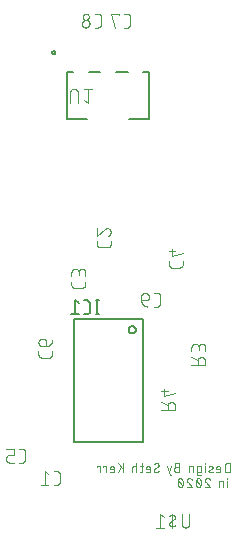
<source format=gbr>
G04 EAGLE Gerber RS-274X export*
G75*
%MOMM*%
%FSLAX34Y34*%
%LPD*%
%INSilkscreen Bottom*%
%IPPOS*%
%AMOC8*
5,1,8,0,0,1.08239X$1,22.5*%
G01*
%ADD10C,0.076200*%
%ADD11C,0.101600*%
%ADD12C,0.152400*%
%ADD13C,0.127000*%


D10*
X204391Y49467D02*
X204391Y57214D01*
X202239Y57214D01*
X202148Y57212D01*
X202056Y57206D01*
X201966Y57197D01*
X201875Y57183D01*
X201786Y57166D01*
X201697Y57145D01*
X201609Y57120D01*
X201522Y57091D01*
X201437Y57059D01*
X201353Y57023D01*
X201270Y56984D01*
X201189Y56941D01*
X201111Y56894D01*
X201034Y56845D01*
X200959Y56792D01*
X200887Y56736D01*
X200817Y56677D01*
X200750Y56616D01*
X200685Y56551D01*
X200624Y56484D01*
X200565Y56414D01*
X200509Y56342D01*
X200456Y56267D01*
X200407Y56190D01*
X200360Y56112D01*
X200317Y56031D01*
X200278Y55948D01*
X200242Y55864D01*
X200210Y55779D01*
X200181Y55692D01*
X200156Y55604D01*
X200135Y55515D01*
X200118Y55426D01*
X200104Y55335D01*
X200095Y55245D01*
X200089Y55153D01*
X200087Y55062D01*
X200087Y51618D01*
X200089Y51527D01*
X200095Y51435D01*
X200104Y51345D01*
X200118Y51254D01*
X200135Y51165D01*
X200156Y51076D01*
X200181Y50988D01*
X200210Y50901D01*
X200242Y50816D01*
X200278Y50732D01*
X200317Y50649D01*
X200360Y50568D01*
X200407Y50490D01*
X200456Y50413D01*
X200509Y50338D01*
X200565Y50266D01*
X200624Y50196D01*
X200685Y50129D01*
X200750Y50064D01*
X200817Y50003D01*
X200887Y49944D01*
X200959Y49888D01*
X201034Y49835D01*
X201111Y49786D01*
X201189Y49739D01*
X201270Y49696D01*
X201353Y49657D01*
X201437Y49621D01*
X201522Y49589D01*
X201609Y49560D01*
X201697Y49535D01*
X201786Y49514D01*
X201875Y49497D01*
X201966Y49483D01*
X202056Y49474D01*
X202148Y49468D01*
X202239Y49466D01*
X202239Y49467D02*
X204391Y49467D01*
X195267Y49467D02*
X193115Y49467D01*
X195267Y49467D02*
X195337Y49469D01*
X195407Y49475D01*
X195476Y49484D01*
X195545Y49497D01*
X195612Y49514D01*
X195679Y49535D01*
X195745Y49559D01*
X195809Y49586D01*
X195872Y49617D01*
X195933Y49652D01*
X195992Y49689D01*
X196048Y49730D01*
X196103Y49774D01*
X196155Y49821D01*
X196204Y49870D01*
X196251Y49922D01*
X196295Y49977D01*
X196336Y50034D01*
X196373Y50092D01*
X196408Y50153D01*
X196439Y50216D01*
X196466Y50280D01*
X196490Y50346D01*
X196511Y50413D01*
X196528Y50480D01*
X196541Y50549D01*
X196550Y50618D01*
X196556Y50688D01*
X196558Y50758D01*
X196558Y52910D01*
X196556Y52992D01*
X196550Y53074D01*
X196540Y53155D01*
X196527Y53236D01*
X196509Y53316D01*
X196488Y53395D01*
X196463Y53473D01*
X196435Y53550D01*
X196402Y53625D01*
X196367Y53699D01*
X196327Y53771D01*
X196285Y53841D01*
X196239Y53909D01*
X196190Y53974D01*
X196137Y54038D01*
X196082Y54098D01*
X196024Y54156D01*
X195964Y54211D01*
X195900Y54264D01*
X195835Y54313D01*
X195767Y54359D01*
X195697Y54401D01*
X195625Y54441D01*
X195551Y54476D01*
X195476Y54509D01*
X195399Y54537D01*
X195321Y54562D01*
X195242Y54583D01*
X195162Y54601D01*
X195081Y54614D01*
X195000Y54624D01*
X194918Y54630D01*
X194836Y54632D01*
X194754Y54630D01*
X194672Y54624D01*
X194591Y54614D01*
X194510Y54601D01*
X194430Y54583D01*
X194351Y54562D01*
X194273Y54537D01*
X194196Y54509D01*
X194121Y54476D01*
X194047Y54441D01*
X193975Y54401D01*
X193905Y54359D01*
X193837Y54313D01*
X193772Y54264D01*
X193708Y54211D01*
X193648Y54156D01*
X193590Y54098D01*
X193535Y54038D01*
X193482Y53974D01*
X193433Y53909D01*
X193387Y53841D01*
X193345Y53771D01*
X193305Y53699D01*
X193270Y53625D01*
X193237Y53550D01*
X193209Y53473D01*
X193184Y53395D01*
X193163Y53316D01*
X193145Y53236D01*
X193132Y53155D01*
X193122Y53074D01*
X193116Y52992D01*
X193114Y52910D01*
X193115Y52910D02*
X193115Y52049D01*
X196558Y52049D01*
X189275Y52479D02*
X187123Y51618D01*
X189275Y52479D02*
X189336Y52505D01*
X189395Y52535D01*
X189452Y52568D01*
X189506Y52605D01*
X189559Y52644D01*
X189609Y52687D01*
X189657Y52733D01*
X189702Y52781D01*
X189743Y52832D01*
X189782Y52885D01*
X189818Y52941D01*
X189850Y52998D01*
X189879Y53057D01*
X189904Y53118D01*
X189926Y53180D01*
X189944Y53244D01*
X189958Y53308D01*
X189968Y53373D01*
X189974Y53439D01*
X189977Y53505D01*
X189976Y53571D01*
X189970Y53636D01*
X189961Y53701D01*
X189948Y53766D01*
X189932Y53830D01*
X189911Y53892D01*
X189887Y53954D01*
X189859Y54014D01*
X189828Y54072D01*
X189794Y54128D01*
X189756Y54182D01*
X189715Y54233D01*
X189671Y54283D01*
X189624Y54329D01*
X189575Y54373D01*
X189523Y54413D01*
X189469Y54451D01*
X189413Y54485D01*
X189355Y54516D01*
X189295Y54543D01*
X189233Y54567D01*
X189170Y54587D01*
X189107Y54604D01*
X189042Y54616D01*
X188977Y54625D01*
X188911Y54630D01*
X188845Y54631D01*
X188712Y54628D01*
X188579Y54620D01*
X188446Y54609D01*
X188314Y54595D01*
X188182Y54577D01*
X188050Y54555D01*
X187920Y54530D01*
X187790Y54501D01*
X187661Y54468D01*
X187532Y54432D01*
X187405Y54393D01*
X187279Y54350D01*
X187154Y54304D01*
X187030Y54254D01*
X186908Y54201D01*
X187124Y51618D02*
X187063Y51592D01*
X187004Y51562D01*
X186947Y51529D01*
X186893Y51492D01*
X186840Y51453D01*
X186790Y51410D01*
X186742Y51364D01*
X186697Y51316D01*
X186656Y51265D01*
X186617Y51212D01*
X186581Y51156D01*
X186549Y51099D01*
X186520Y51040D01*
X186495Y50979D01*
X186473Y50917D01*
X186455Y50853D01*
X186441Y50789D01*
X186431Y50724D01*
X186425Y50658D01*
X186422Y50592D01*
X186423Y50526D01*
X186429Y50461D01*
X186438Y50396D01*
X186451Y50331D01*
X186467Y50267D01*
X186488Y50205D01*
X186512Y50143D01*
X186540Y50083D01*
X186571Y50025D01*
X186605Y49969D01*
X186643Y49915D01*
X186684Y49864D01*
X186728Y49814D01*
X186775Y49768D01*
X186824Y49724D01*
X186876Y49684D01*
X186930Y49646D01*
X186986Y49612D01*
X187044Y49581D01*
X187104Y49554D01*
X187166Y49530D01*
X187229Y49510D01*
X187292Y49493D01*
X187357Y49481D01*
X187422Y49472D01*
X187488Y49467D01*
X187554Y49466D01*
X187553Y49467D02*
X187726Y49471D01*
X187898Y49480D01*
X188071Y49493D01*
X188242Y49509D01*
X188414Y49530D01*
X188585Y49555D01*
X188755Y49584D01*
X188924Y49617D01*
X189093Y49654D01*
X189261Y49694D01*
X189427Y49739D01*
X189593Y49788D01*
X189757Y49841D01*
X189920Y49897D01*
X183349Y49467D02*
X183349Y54631D01*
X183565Y56783D02*
X183565Y57214D01*
X183134Y57214D01*
X183134Y56783D01*
X183565Y56783D01*
X178971Y49467D02*
X176820Y49467D01*
X178971Y49467D02*
X179041Y49469D01*
X179111Y49475D01*
X179180Y49484D01*
X179249Y49497D01*
X179316Y49514D01*
X179383Y49535D01*
X179449Y49559D01*
X179513Y49586D01*
X179576Y49617D01*
X179637Y49652D01*
X179696Y49689D01*
X179752Y49730D01*
X179807Y49774D01*
X179859Y49821D01*
X179908Y49870D01*
X179955Y49922D01*
X179999Y49977D01*
X180040Y50034D01*
X180077Y50092D01*
X180112Y50153D01*
X180143Y50216D01*
X180170Y50280D01*
X180194Y50346D01*
X180215Y50413D01*
X180232Y50480D01*
X180245Y50549D01*
X180254Y50618D01*
X180260Y50688D01*
X180262Y50758D01*
X180263Y50758D02*
X180263Y53340D01*
X180262Y53340D02*
X180260Y53410D01*
X180254Y53480D01*
X180245Y53549D01*
X180232Y53618D01*
X180215Y53685D01*
X180194Y53752D01*
X180170Y53818D01*
X180143Y53882D01*
X180112Y53945D01*
X180077Y54006D01*
X180040Y54064D01*
X179999Y54121D01*
X179955Y54176D01*
X179908Y54228D01*
X179859Y54277D01*
X179807Y54324D01*
X179752Y54368D01*
X179695Y54409D01*
X179637Y54446D01*
X179576Y54481D01*
X179513Y54512D01*
X179449Y54539D01*
X179383Y54563D01*
X179316Y54584D01*
X179249Y54601D01*
X179180Y54614D01*
X179111Y54623D01*
X179041Y54629D01*
X178971Y54631D01*
X176820Y54631D01*
X176820Y48175D01*
X176822Y48105D01*
X176828Y48035D01*
X176837Y47966D01*
X176850Y47897D01*
X176867Y47830D01*
X176888Y47763D01*
X176912Y47697D01*
X176939Y47633D01*
X176970Y47570D01*
X177005Y47509D01*
X177042Y47451D01*
X177083Y47394D01*
X177127Y47339D01*
X177174Y47287D01*
X177223Y47238D01*
X177275Y47191D01*
X177330Y47147D01*
X177387Y47106D01*
X177445Y47069D01*
X177506Y47034D01*
X177569Y47003D01*
X177633Y46976D01*
X177699Y46952D01*
X177766Y46931D01*
X177833Y46914D01*
X177902Y46901D01*
X177971Y46892D01*
X178041Y46886D01*
X178111Y46884D01*
X179832Y46884D01*
X173073Y49467D02*
X173073Y54631D01*
X170921Y54631D01*
X170851Y54629D01*
X170781Y54623D01*
X170712Y54614D01*
X170643Y54601D01*
X170576Y54584D01*
X170509Y54563D01*
X170443Y54539D01*
X170379Y54512D01*
X170316Y54481D01*
X170255Y54446D01*
X170197Y54409D01*
X170140Y54368D01*
X170085Y54324D01*
X170033Y54277D01*
X169984Y54228D01*
X169937Y54176D01*
X169893Y54121D01*
X169852Y54065D01*
X169815Y54006D01*
X169780Y53945D01*
X169749Y53882D01*
X169722Y53818D01*
X169698Y53752D01*
X169677Y53685D01*
X169660Y53618D01*
X169647Y53549D01*
X169638Y53480D01*
X169632Y53410D01*
X169630Y53340D01*
X169630Y49467D01*
X161641Y53770D02*
X159489Y53770D01*
X159398Y53768D01*
X159306Y53762D01*
X159216Y53753D01*
X159125Y53739D01*
X159036Y53722D01*
X158947Y53701D01*
X158859Y53676D01*
X158772Y53647D01*
X158687Y53615D01*
X158603Y53579D01*
X158520Y53540D01*
X158439Y53497D01*
X158361Y53450D01*
X158284Y53401D01*
X158209Y53348D01*
X158137Y53292D01*
X158067Y53233D01*
X158000Y53172D01*
X157935Y53107D01*
X157874Y53040D01*
X157815Y52970D01*
X157759Y52898D01*
X157706Y52823D01*
X157657Y52746D01*
X157610Y52668D01*
X157567Y52587D01*
X157528Y52504D01*
X157492Y52420D01*
X157460Y52335D01*
X157431Y52248D01*
X157406Y52160D01*
X157385Y52071D01*
X157368Y51982D01*
X157354Y51891D01*
X157345Y51801D01*
X157339Y51709D01*
X157337Y51618D01*
X157339Y51527D01*
X157345Y51435D01*
X157354Y51345D01*
X157368Y51254D01*
X157385Y51165D01*
X157406Y51076D01*
X157431Y50988D01*
X157460Y50901D01*
X157492Y50816D01*
X157528Y50732D01*
X157567Y50649D01*
X157610Y50568D01*
X157657Y50490D01*
X157706Y50413D01*
X157759Y50338D01*
X157815Y50266D01*
X157874Y50196D01*
X157935Y50129D01*
X158000Y50064D01*
X158067Y50003D01*
X158137Y49944D01*
X158209Y49888D01*
X158284Y49835D01*
X158361Y49786D01*
X158439Y49739D01*
X158520Y49696D01*
X158603Y49657D01*
X158687Y49621D01*
X158772Y49589D01*
X158859Y49560D01*
X158947Y49535D01*
X159036Y49514D01*
X159125Y49497D01*
X159216Y49483D01*
X159306Y49474D01*
X159398Y49468D01*
X159489Y49466D01*
X159489Y49467D02*
X161641Y49467D01*
X161641Y57214D01*
X159489Y57214D01*
X159407Y57212D01*
X159325Y57206D01*
X159244Y57196D01*
X159163Y57183D01*
X159083Y57165D01*
X159004Y57144D01*
X158926Y57119D01*
X158849Y57091D01*
X158774Y57058D01*
X158700Y57023D01*
X158628Y56983D01*
X158558Y56941D01*
X158490Y56895D01*
X158425Y56846D01*
X158361Y56793D01*
X158301Y56738D01*
X158243Y56680D01*
X158188Y56620D01*
X158135Y56556D01*
X158086Y56491D01*
X158040Y56423D01*
X157998Y56353D01*
X157958Y56281D01*
X157923Y56207D01*
X157890Y56132D01*
X157862Y56055D01*
X157837Y55977D01*
X157816Y55898D01*
X157798Y55818D01*
X157785Y55737D01*
X157775Y55656D01*
X157769Y55574D01*
X157767Y55492D01*
X157769Y55410D01*
X157775Y55328D01*
X157785Y55247D01*
X157798Y55166D01*
X157816Y55086D01*
X157837Y55007D01*
X157862Y54929D01*
X157890Y54852D01*
X157923Y54777D01*
X157958Y54703D01*
X157998Y54631D01*
X158040Y54561D01*
X158086Y54493D01*
X158135Y54428D01*
X158188Y54364D01*
X158243Y54304D01*
X158301Y54246D01*
X158361Y54191D01*
X158425Y54138D01*
X158490Y54089D01*
X158558Y54043D01*
X158628Y54001D01*
X158700Y53961D01*
X158774Y53926D01*
X158849Y53893D01*
X158926Y53865D01*
X159004Y53840D01*
X159083Y53819D01*
X159163Y53801D01*
X159244Y53788D01*
X159325Y53778D01*
X159407Y53772D01*
X159489Y53770D01*
X154694Y46884D02*
X153833Y46884D01*
X151251Y54631D01*
X154694Y54631D02*
X152972Y49467D01*
X141821Y49466D02*
X141739Y49468D01*
X141657Y49474D01*
X141576Y49484D01*
X141495Y49497D01*
X141415Y49515D01*
X141336Y49536D01*
X141258Y49561D01*
X141181Y49589D01*
X141106Y49622D01*
X141032Y49657D01*
X140960Y49697D01*
X140890Y49739D01*
X140822Y49785D01*
X140757Y49834D01*
X140693Y49887D01*
X140633Y49942D01*
X140575Y50000D01*
X140520Y50060D01*
X140467Y50124D01*
X140418Y50189D01*
X140372Y50257D01*
X140330Y50327D01*
X140290Y50399D01*
X140255Y50473D01*
X140222Y50548D01*
X140194Y50625D01*
X140169Y50703D01*
X140148Y50782D01*
X140130Y50862D01*
X140117Y50943D01*
X140107Y51024D01*
X140101Y51106D01*
X140099Y51188D01*
X141821Y49466D02*
X141941Y49468D01*
X142060Y49474D01*
X142179Y49484D01*
X142298Y49497D01*
X142417Y49515D01*
X142534Y49537D01*
X142651Y49562D01*
X142767Y49591D01*
X142882Y49624D01*
X142996Y49661D01*
X143109Y49702D01*
X143220Y49746D01*
X143330Y49794D01*
X143438Y49845D01*
X143544Y49900D01*
X143648Y49958D01*
X143751Y50020D01*
X143851Y50085D01*
X143949Y50154D01*
X144045Y50225D01*
X144139Y50300D01*
X144230Y50378D01*
X144318Y50458D01*
X144404Y50542D01*
X144188Y55492D02*
X144186Y55574D01*
X144180Y55656D01*
X144170Y55737D01*
X144157Y55818D01*
X144139Y55898D01*
X144118Y55977D01*
X144093Y56055D01*
X144065Y56132D01*
X144032Y56207D01*
X143997Y56281D01*
X143957Y56353D01*
X143915Y56423D01*
X143869Y56491D01*
X143820Y56556D01*
X143767Y56620D01*
X143712Y56680D01*
X143654Y56738D01*
X143594Y56793D01*
X143530Y56846D01*
X143465Y56895D01*
X143397Y56941D01*
X143327Y56983D01*
X143255Y57023D01*
X143181Y57058D01*
X143106Y57091D01*
X143029Y57119D01*
X142951Y57144D01*
X142872Y57165D01*
X142792Y57183D01*
X142711Y57196D01*
X142630Y57206D01*
X142548Y57212D01*
X142466Y57214D01*
X142357Y57212D01*
X142248Y57207D01*
X142139Y57197D01*
X142030Y57184D01*
X141922Y57168D01*
X141815Y57148D01*
X141708Y57124D01*
X141602Y57096D01*
X141497Y57065D01*
X141394Y57031D01*
X141291Y56993D01*
X141190Y56951D01*
X141090Y56906D01*
X140992Y56858D01*
X140896Y56806D01*
X140801Y56752D01*
X140708Y56694D01*
X140618Y56632D01*
X140529Y56568D01*
X143327Y53985D02*
X143397Y54029D01*
X143465Y54076D01*
X143531Y54126D01*
X143594Y54179D01*
X143655Y54235D01*
X143713Y54293D01*
X143768Y54355D01*
X143820Y54419D01*
X143869Y54485D01*
X143915Y54554D01*
X143958Y54624D01*
X143997Y54697D01*
X144033Y54771D01*
X144065Y54847D01*
X144093Y54925D01*
X144118Y55003D01*
X144140Y55083D01*
X144157Y55164D01*
X144170Y55245D01*
X144180Y55327D01*
X144186Y55409D01*
X144188Y55492D01*
X140961Y52694D02*
X140890Y52650D01*
X140823Y52604D01*
X140757Y52554D01*
X140694Y52501D01*
X140633Y52445D01*
X140575Y52386D01*
X140520Y52325D01*
X140468Y52261D01*
X140419Y52194D01*
X140373Y52126D01*
X140330Y52055D01*
X140291Y51983D01*
X140255Y51908D01*
X140223Y51832D01*
X140195Y51755D01*
X140170Y51676D01*
X140148Y51597D01*
X140131Y51516D01*
X140117Y51435D01*
X140108Y51353D01*
X140102Y51270D01*
X140100Y51188D01*
X140960Y52694D02*
X143327Y53986D01*
X135789Y49467D02*
X133637Y49467D01*
X135789Y49467D02*
X135859Y49469D01*
X135929Y49475D01*
X135998Y49484D01*
X136067Y49497D01*
X136134Y49514D01*
X136201Y49535D01*
X136267Y49559D01*
X136331Y49586D01*
X136394Y49617D01*
X136455Y49652D01*
X136514Y49689D01*
X136570Y49730D01*
X136625Y49774D01*
X136677Y49821D01*
X136726Y49870D01*
X136773Y49922D01*
X136817Y49977D01*
X136858Y50034D01*
X136895Y50092D01*
X136930Y50153D01*
X136961Y50216D01*
X136988Y50280D01*
X137012Y50346D01*
X137033Y50413D01*
X137050Y50480D01*
X137063Y50549D01*
X137072Y50618D01*
X137078Y50688D01*
X137080Y50758D01*
X137080Y52910D01*
X137081Y52910D02*
X137079Y52992D01*
X137073Y53074D01*
X137063Y53155D01*
X137050Y53236D01*
X137032Y53316D01*
X137011Y53395D01*
X136986Y53473D01*
X136958Y53550D01*
X136925Y53625D01*
X136890Y53699D01*
X136850Y53771D01*
X136808Y53841D01*
X136762Y53909D01*
X136713Y53974D01*
X136660Y54038D01*
X136605Y54098D01*
X136547Y54156D01*
X136487Y54211D01*
X136423Y54264D01*
X136358Y54313D01*
X136290Y54359D01*
X136220Y54401D01*
X136148Y54441D01*
X136074Y54476D01*
X135999Y54509D01*
X135922Y54537D01*
X135844Y54562D01*
X135765Y54583D01*
X135685Y54601D01*
X135604Y54614D01*
X135523Y54624D01*
X135441Y54630D01*
X135359Y54632D01*
X135277Y54630D01*
X135195Y54624D01*
X135114Y54614D01*
X135033Y54601D01*
X134953Y54583D01*
X134874Y54562D01*
X134796Y54537D01*
X134719Y54509D01*
X134644Y54476D01*
X134570Y54441D01*
X134498Y54401D01*
X134428Y54359D01*
X134360Y54313D01*
X134295Y54264D01*
X134231Y54211D01*
X134171Y54156D01*
X134113Y54098D01*
X134058Y54038D01*
X134005Y53974D01*
X133956Y53909D01*
X133910Y53841D01*
X133868Y53771D01*
X133828Y53699D01*
X133793Y53625D01*
X133760Y53550D01*
X133732Y53473D01*
X133707Y53395D01*
X133686Y53316D01*
X133668Y53236D01*
X133655Y53155D01*
X133645Y53074D01*
X133639Y52992D01*
X133637Y52910D01*
X133637Y52049D01*
X137080Y52049D01*
X131100Y54631D02*
X128517Y54631D01*
X130239Y57214D02*
X130239Y50758D01*
X130237Y50688D01*
X130231Y50618D01*
X130222Y50549D01*
X130209Y50480D01*
X130192Y50413D01*
X130171Y50346D01*
X130147Y50280D01*
X130120Y50216D01*
X130089Y50153D01*
X130054Y50092D01*
X130017Y50033D01*
X129976Y49977D01*
X129932Y49922D01*
X129885Y49870D01*
X129836Y49821D01*
X129784Y49774D01*
X129729Y49730D01*
X129672Y49689D01*
X129614Y49652D01*
X129553Y49617D01*
X129490Y49586D01*
X129426Y49559D01*
X129360Y49535D01*
X129293Y49514D01*
X129226Y49497D01*
X129157Y49484D01*
X129088Y49475D01*
X129018Y49469D01*
X128948Y49467D01*
X128517Y49467D01*
X125338Y49467D02*
X125338Y57214D01*
X125338Y54631D02*
X123186Y54631D01*
X123116Y54629D01*
X123046Y54623D01*
X122977Y54614D01*
X122908Y54601D01*
X122841Y54584D01*
X122774Y54563D01*
X122708Y54539D01*
X122644Y54512D01*
X122581Y54481D01*
X122520Y54446D01*
X122462Y54409D01*
X122405Y54368D01*
X122350Y54324D01*
X122298Y54277D01*
X122249Y54228D01*
X122202Y54176D01*
X122158Y54121D01*
X122117Y54065D01*
X122080Y54006D01*
X122045Y53945D01*
X122014Y53882D01*
X121987Y53818D01*
X121963Y53752D01*
X121942Y53685D01*
X121925Y53618D01*
X121912Y53549D01*
X121903Y53480D01*
X121897Y53410D01*
X121895Y53340D01*
X121895Y49467D01*
X113906Y49467D02*
X113906Y57214D01*
X109602Y57214D02*
X113906Y52479D01*
X112184Y54201D02*
X109602Y49467D01*
X105412Y49467D02*
X103260Y49467D01*
X105412Y49467D02*
X105482Y49469D01*
X105552Y49475D01*
X105621Y49484D01*
X105690Y49497D01*
X105757Y49514D01*
X105824Y49535D01*
X105890Y49559D01*
X105954Y49586D01*
X106017Y49617D01*
X106078Y49652D01*
X106137Y49689D01*
X106193Y49730D01*
X106248Y49774D01*
X106300Y49821D01*
X106349Y49870D01*
X106396Y49922D01*
X106440Y49977D01*
X106481Y50034D01*
X106518Y50092D01*
X106553Y50153D01*
X106584Y50216D01*
X106611Y50280D01*
X106635Y50346D01*
X106656Y50413D01*
X106673Y50480D01*
X106686Y50549D01*
X106695Y50618D01*
X106701Y50688D01*
X106703Y50758D01*
X106703Y52910D01*
X106704Y52910D02*
X106702Y52992D01*
X106696Y53074D01*
X106686Y53155D01*
X106673Y53236D01*
X106655Y53316D01*
X106634Y53395D01*
X106609Y53473D01*
X106581Y53550D01*
X106548Y53625D01*
X106513Y53699D01*
X106473Y53771D01*
X106431Y53841D01*
X106385Y53909D01*
X106336Y53974D01*
X106283Y54038D01*
X106228Y54098D01*
X106170Y54156D01*
X106110Y54211D01*
X106046Y54264D01*
X105981Y54313D01*
X105913Y54359D01*
X105843Y54401D01*
X105771Y54441D01*
X105697Y54476D01*
X105622Y54509D01*
X105545Y54537D01*
X105467Y54562D01*
X105388Y54583D01*
X105308Y54601D01*
X105227Y54614D01*
X105146Y54624D01*
X105064Y54630D01*
X104982Y54632D01*
X104900Y54630D01*
X104818Y54624D01*
X104737Y54614D01*
X104656Y54601D01*
X104576Y54583D01*
X104497Y54562D01*
X104419Y54537D01*
X104342Y54509D01*
X104267Y54476D01*
X104193Y54441D01*
X104121Y54401D01*
X104051Y54359D01*
X103983Y54313D01*
X103918Y54264D01*
X103854Y54211D01*
X103794Y54156D01*
X103736Y54098D01*
X103681Y54038D01*
X103628Y53974D01*
X103579Y53909D01*
X103533Y53841D01*
X103491Y53771D01*
X103451Y53699D01*
X103416Y53625D01*
X103383Y53550D01*
X103355Y53473D01*
X103330Y53395D01*
X103309Y53316D01*
X103291Y53236D01*
X103278Y53155D01*
X103268Y53074D01*
X103262Y52992D01*
X103260Y52910D01*
X103260Y52049D01*
X106703Y52049D01*
X99764Y49467D02*
X99764Y54631D01*
X97182Y54631D01*
X97182Y53770D01*
X94403Y54631D02*
X94403Y49467D01*
X94403Y54631D02*
X91821Y54631D01*
X91821Y53770D01*
X202120Y41931D02*
X202120Y36767D01*
X202335Y44083D02*
X202335Y44514D01*
X201904Y44514D01*
X201904Y44083D01*
X202335Y44083D01*
X198736Y41931D02*
X198736Y36767D01*
X198736Y41931D02*
X196584Y41931D01*
X196514Y41929D01*
X196444Y41923D01*
X196375Y41914D01*
X196306Y41901D01*
X196239Y41884D01*
X196172Y41863D01*
X196106Y41839D01*
X196042Y41812D01*
X195979Y41781D01*
X195918Y41746D01*
X195860Y41709D01*
X195803Y41668D01*
X195748Y41624D01*
X195696Y41577D01*
X195647Y41528D01*
X195600Y41476D01*
X195556Y41421D01*
X195515Y41365D01*
X195478Y41306D01*
X195443Y41245D01*
X195412Y41182D01*
X195385Y41118D01*
X195361Y41052D01*
X195340Y40985D01*
X195323Y40918D01*
X195310Y40849D01*
X195301Y40780D01*
X195295Y40710D01*
X195293Y40640D01*
X195293Y36767D01*
X185312Y44514D02*
X185225Y44512D01*
X185138Y44506D01*
X185052Y44496D01*
X184966Y44483D01*
X184881Y44465D01*
X184797Y44444D01*
X184713Y44419D01*
X184631Y44390D01*
X184551Y44358D01*
X184472Y44322D01*
X184394Y44283D01*
X184319Y44240D01*
X184245Y44194D01*
X184173Y44144D01*
X184104Y44091D01*
X184038Y44036D01*
X183973Y43977D01*
X183912Y43916D01*
X183853Y43851D01*
X183798Y43785D01*
X183745Y43716D01*
X183695Y43644D01*
X183649Y43570D01*
X183606Y43495D01*
X183567Y43417D01*
X183531Y43338D01*
X183499Y43258D01*
X183470Y43176D01*
X183445Y43092D01*
X183424Y43008D01*
X183406Y42923D01*
X183393Y42837D01*
X183383Y42751D01*
X183377Y42664D01*
X183375Y42577D01*
X185312Y44513D02*
X185410Y44511D01*
X185507Y44505D01*
X185605Y44496D01*
X185702Y44482D01*
X185798Y44465D01*
X185893Y44444D01*
X185988Y44419D01*
X186081Y44391D01*
X186174Y44359D01*
X186265Y44323D01*
X186354Y44284D01*
X186442Y44241D01*
X186529Y44195D01*
X186613Y44146D01*
X186695Y44093D01*
X186775Y44037D01*
X186853Y43978D01*
X186929Y43916D01*
X187002Y43851D01*
X187072Y43783D01*
X187140Y43713D01*
X187205Y43640D01*
X187267Y43564D01*
X187326Y43486D01*
X187382Y43406D01*
X187434Y43323D01*
X187484Y43239D01*
X187530Y43153D01*
X187572Y43065D01*
X187611Y42975D01*
X187647Y42884D01*
X187679Y42792D01*
X184021Y41071D02*
X183958Y41133D01*
X183897Y41198D01*
X183840Y41266D01*
X183786Y41336D01*
X183734Y41408D01*
X183686Y41483D01*
X183641Y41559D01*
X183599Y41637D01*
X183561Y41717D01*
X183526Y41799D01*
X183495Y41881D01*
X183467Y41966D01*
X183443Y42051D01*
X183422Y42137D01*
X183405Y42224D01*
X183392Y42312D01*
X183383Y42400D01*
X183377Y42488D01*
X183375Y42577D01*
X184021Y41070D02*
X187679Y36767D01*
X183375Y36767D01*
X180021Y40640D02*
X180019Y40792D01*
X180014Y40945D01*
X180005Y41097D01*
X179992Y41249D01*
X179976Y41400D01*
X179956Y41551D01*
X179932Y41702D01*
X179905Y41852D01*
X179874Y42001D01*
X179840Y42150D01*
X179802Y42297D01*
X179761Y42444D01*
X179716Y42590D01*
X179668Y42734D01*
X179616Y42878D01*
X179561Y43020D01*
X179502Y43160D01*
X179441Y43300D01*
X179375Y43437D01*
X179347Y43511D01*
X179316Y43584D01*
X179282Y43655D01*
X179244Y43724D01*
X179202Y43791D01*
X179157Y43856D01*
X179109Y43919D01*
X179058Y43979D01*
X179004Y44037D01*
X178948Y44092D01*
X178888Y44144D01*
X178826Y44193D01*
X178762Y44239D01*
X178695Y44282D01*
X178627Y44321D01*
X178557Y44357D01*
X178485Y44389D01*
X178411Y44418D01*
X178336Y44443D01*
X178260Y44464D01*
X178183Y44482D01*
X178105Y44495D01*
X178027Y44505D01*
X177948Y44511D01*
X177869Y44513D01*
X177790Y44511D01*
X177711Y44505D01*
X177633Y44495D01*
X177555Y44482D01*
X177478Y44464D01*
X177402Y44443D01*
X177327Y44418D01*
X177254Y44389D01*
X177181Y44357D01*
X177111Y44321D01*
X177043Y44282D01*
X176976Y44239D01*
X176912Y44193D01*
X176850Y44144D01*
X176790Y44092D01*
X176734Y44037D01*
X176680Y43979D01*
X176629Y43919D01*
X176581Y43856D01*
X176536Y43791D01*
X176494Y43724D01*
X176456Y43655D01*
X176422Y43584D01*
X176391Y43511D01*
X176363Y43437D01*
X176363Y43438D02*
X176297Y43300D01*
X176236Y43160D01*
X176177Y43020D01*
X176122Y42878D01*
X176070Y42734D01*
X176022Y42590D01*
X175977Y42444D01*
X175936Y42297D01*
X175898Y42150D01*
X175864Y42001D01*
X175833Y41852D01*
X175806Y41702D01*
X175782Y41551D01*
X175762Y41400D01*
X175746Y41249D01*
X175733Y41097D01*
X175724Y40945D01*
X175719Y40792D01*
X175717Y40640D01*
X180021Y40640D02*
X180019Y40488D01*
X180014Y40335D01*
X180005Y40183D01*
X179992Y40031D01*
X179976Y39880D01*
X179956Y39729D01*
X179932Y39578D01*
X179905Y39428D01*
X179874Y39279D01*
X179840Y39130D01*
X179802Y38983D01*
X179761Y38836D01*
X179716Y38690D01*
X179668Y38546D01*
X179616Y38403D01*
X179561Y38260D01*
X179502Y38120D01*
X179441Y37980D01*
X179375Y37843D01*
X179347Y37769D01*
X179316Y37696D01*
X179282Y37625D01*
X179244Y37556D01*
X179202Y37489D01*
X179157Y37424D01*
X179109Y37361D01*
X179058Y37301D01*
X179004Y37243D01*
X178948Y37188D01*
X178888Y37136D01*
X178826Y37087D01*
X178762Y37041D01*
X178695Y36998D01*
X178627Y36959D01*
X178557Y36923D01*
X178484Y36891D01*
X178411Y36862D01*
X178336Y36837D01*
X178260Y36816D01*
X178183Y36798D01*
X178105Y36785D01*
X178027Y36775D01*
X177948Y36769D01*
X177869Y36767D01*
X176363Y37842D02*
X176297Y37980D01*
X176236Y38120D01*
X176177Y38260D01*
X176122Y38402D01*
X176070Y38546D01*
X176022Y38690D01*
X175977Y38836D01*
X175936Y38983D01*
X175898Y39130D01*
X175864Y39279D01*
X175833Y39428D01*
X175806Y39578D01*
X175782Y39729D01*
X175762Y39880D01*
X175746Y40031D01*
X175733Y40183D01*
X175724Y40335D01*
X175719Y40488D01*
X175717Y40640D01*
X176363Y37843D02*
X176391Y37769D01*
X176422Y37696D01*
X176456Y37625D01*
X176494Y37556D01*
X176536Y37489D01*
X176581Y37424D01*
X176629Y37361D01*
X176680Y37301D01*
X176734Y37243D01*
X176790Y37188D01*
X176850Y37136D01*
X176912Y37087D01*
X176976Y37041D01*
X177043Y36998D01*
X177111Y36959D01*
X177181Y36923D01*
X177254Y36891D01*
X177327Y36862D01*
X177402Y36837D01*
X177478Y36816D01*
X177555Y36798D01*
X177633Y36785D01*
X177711Y36775D01*
X177790Y36769D01*
X177869Y36767D01*
X179591Y38488D02*
X176148Y42792D01*
X169996Y44514D02*
X169909Y44512D01*
X169822Y44506D01*
X169736Y44496D01*
X169650Y44483D01*
X169565Y44465D01*
X169481Y44444D01*
X169397Y44419D01*
X169315Y44390D01*
X169235Y44358D01*
X169156Y44322D01*
X169078Y44283D01*
X169003Y44240D01*
X168929Y44194D01*
X168857Y44144D01*
X168788Y44091D01*
X168722Y44036D01*
X168657Y43977D01*
X168596Y43916D01*
X168537Y43851D01*
X168482Y43785D01*
X168429Y43716D01*
X168379Y43644D01*
X168333Y43570D01*
X168290Y43495D01*
X168251Y43417D01*
X168215Y43338D01*
X168183Y43258D01*
X168154Y43176D01*
X168129Y43092D01*
X168108Y43008D01*
X168090Y42923D01*
X168077Y42837D01*
X168067Y42751D01*
X168061Y42664D01*
X168059Y42577D01*
X169996Y44513D02*
X170094Y44511D01*
X170191Y44505D01*
X170289Y44496D01*
X170386Y44482D01*
X170482Y44465D01*
X170577Y44444D01*
X170672Y44419D01*
X170765Y44391D01*
X170858Y44359D01*
X170949Y44323D01*
X171038Y44284D01*
X171126Y44241D01*
X171213Y44195D01*
X171297Y44146D01*
X171379Y44093D01*
X171459Y44037D01*
X171537Y43978D01*
X171613Y43916D01*
X171686Y43851D01*
X171756Y43783D01*
X171824Y43713D01*
X171889Y43640D01*
X171951Y43564D01*
X172010Y43486D01*
X172066Y43406D01*
X172118Y43323D01*
X172168Y43239D01*
X172214Y43153D01*
X172256Y43065D01*
X172295Y42975D01*
X172331Y42884D01*
X172363Y42792D01*
X168705Y41071D02*
X168642Y41133D01*
X168581Y41198D01*
X168524Y41266D01*
X168470Y41336D01*
X168418Y41408D01*
X168370Y41483D01*
X168325Y41559D01*
X168283Y41637D01*
X168245Y41717D01*
X168210Y41799D01*
X168179Y41881D01*
X168151Y41966D01*
X168127Y42051D01*
X168106Y42137D01*
X168089Y42224D01*
X168076Y42312D01*
X168067Y42400D01*
X168061Y42488D01*
X168059Y42577D01*
X168705Y41070D02*
X172363Y36767D01*
X168059Y36767D01*
X164705Y40640D02*
X164703Y40792D01*
X164698Y40945D01*
X164689Y41097D01*
X164676Y41249D01*
X164660Y41400D01*
X164640Y41551D01*
X164616Y41702D01*
X164589Y41852D01*
X164558Y42001D01*
X164524Y42150D01*
X164486Y42297D01*
X164445Y42444D01*
X164400Y42590D01*
X164352Y42734D01*
X164300Y42878D01*
X164245Y43020D01*
X164186Y43160D01*
X164125Y43300D01*
X164059Y43437D01*
X164031Y43511D01*
X164000Y43584D01*
X163966Y43655D01*
X163928Y43724D01*
X163886Y43791D01*
X163841Y43856D01*
X163793Y43919D01*
X163742Y43979D01*
X163688Y44037D01*
X163632Y44092D01*
X163572Y44144D01*
X163510Y44193D01*
X163446Y44239D01*
X163379Y44282D01*
X163311Y44321D01*
X163241Y44357D01*
X163169Y44389D01*
X163095Y44418D01*
X163020Y44443D01*
X162944Y44464D01*
X162867Y44482D01*
X162789Y44495D01*
X162711Y44505D01*
X162632Y44511D01*
X162553Y44513D01*
X162474Y44511D01*
X162395Y44505D01*
X162317Y44495D01*
X162239Y44482D01*
X162162Y44464D01*
X162086Y44443D01*
X162011Y44418D01*
X161938Y44389D01*
X161865Y44357D01*
X161795Y44321D01*
X161727Y44282D01*
X161660Y44239D01*
X161596Y44193D01*
X161534Y44144D01*
X161474Y44092D01*
X161418Y44037D01*
X161364Y43979D01*
X161313Y43919D01*
X161265Y43856D01*
X161220Y43791D01*
X161178Y43724D01*
X161140Y43655D01*
X161106Y43584D01*
X161075Y43511D01*
X161047Y43437D01*
X161047Y43438D02*
X160981Y43300D01*
X160920Y43160D01*
X160861Y43020D01*
X160806Y42878D01*
X160754Y42734D01*
X160706Y42590D01*
X160661Y42444D01*
X160620Y42297D01*
X160582Y42150D01*
X160548Y42001D01*
X160517Y41852D01*
X160490Y41702D01*
X160466Y41551D01*
X160446Y41400D01*
X160430Y41249D01*
X160417Y41097D01*
X160408Y40945D01*
X160403Y40792D01*
X160401Y40640D01*
X164705Y40640D02*
X164703Y40488D01*
X164698Y40335D01*
X164689Y40183D01*
X164676Y40031D01*
X164660Y39880D01*
X164640Y39729D01*
X164616Y39578D01*
X164589Y39428D01*
X164558Y39279D01*
X164524Y39130D01*
X164486Y38983D01*
X164445Y38836D01*
X164400Y38690D01*
X164352Y38546D01*
X164300Y38403D01*
X164245Y38260D01*
X164186Y38120D01*
X164125Y37980D01*
X164059Y37843D01*
X164031Y37769D01*
X164000Y37696D01*
X163966Y37625D01*
X163928Y37556D01*
X163886Y37489D01*
X163841Y37424D01*
X163793Y37361D01*
X163742Y37301D01*
X163688Y37243D01*
X163632Y37188D01*
X163572Y37136D01*
X163510Y37087D01*
X163446Y37041D01*
X163379Y36998D01*
X163311Y36959D01*
X163241Y36923D01*
X163168Y36891D01*
X163095Y36862D01*
X163020Y36837D01*
X162944Y36816D01*
X162867Y36798D01*
X162789Y36785D01*
X162711Y36775D01*
X162632Y36769D01*
X162553Y36767D01*
X161047Y37842D02*
X160981Y37980D01*
X160920Y38120D01*
X160861Y38260D01*
X160806Y38402D01*
X160754Y38546D01*
X160706Y38690D01*
X160661Y38836D01*
X160620Y38983D01*
X160582Y39130D01*
X160548Y39279D01*
X160517Y39428D01*
X160490Y39578D01*
X160466Y39729D01*
X160446Y39880D01*
X160430Y40031D01*
X160417Y40183D01*
X160408Y40335D01*
X160403Y40488D01*
X160401Y40640D01*
X161047Y37843D02*
X161075Y37769D01*
X161106Y37696D01*
X161140Y37625D01*
X161178Y37556D01*
X161220Y37489D01*
X161265Y37424D01*
X161313Y37361D01*
X161364Y37301D01*
X161418Y37243D01*
X161474Y37188D01*
X161534Y37136D01*
X161596Y37087D01*
X161660Y37041D01*
X161727Y36998D01*
X161795Y36959D01*
X161865Y36923D01*
X161938Y36891D01*
X162011Y36862D01*
X162086Y36837D01*
X162162Y36816D01*
X162239Y36798D01*
X162317Y36785D01*
X162395Y36775D01*
X162474Y36769D01*
X162553Y36767D01*
X164275Y38488D02*
X160831Y42792D01*
D11*
X57856Y38608D02*
X55259Y38608D01*
X57856Y38608D02*
X57955Y38610D01*
X58055Y38616D01*
X58154Y38625D01*
X58252Y38638D01*
X58350Y38655D01*
X58448Y38676D01*
X58544Y38701D01*
X58639Y38729D01*
X58733Y38761D01*
X58826Y38796D01*
X58918Y38835D01*
X59008Y38878D01*
X59096Y38923D01*
X59183Y38973D01*
X59267Y39025D01*
X59350Y39081D01*
X59430Y39139D01*
X59508Y39201D01*
X59583Y39266D01*
X59656Y39334D01*
X59726Y39404D01*
X59794Y39477D01*
X59859Y39552D01*
X59921Y39630D01*
X59979Y39710D01*
X60035Y39793D01*
X60087Y39877D01*
X60137Y39964D01*
X60182Y40052D01*
X60225Y40142D01*
X60264Y40234D01*
X60299Y40327D01*
X60331Y40421D01*
X60359Y40516D01*
X60384Y40612D01*
X60405Y40710D01*
X60422Y40808D01*
X60435Y40906D01*
X60444Y41005D01*
X60450Y41105D01*
X60452Y41204D01*
X60452Y47696D01*
X60450Y47795D01*
X60444Y47895D01*
X60435Y47994D01*
X60422Y48092D01*
X60405Y48190D01*
X60384Y48288D01*
X60359Y48384D01*
X60331Y48479D01*
X60299Y48573D01*
X60264Y48666D01*
X60225Y48758D01*
X60182Y48848D01*
X60137Y48936D01*
X60087Y49023D01*
X60035Y49107D01*
X59979Y49190D01*
X59921Y49270D01*
X59859Y49348D01*
X59794Y49423D01*
X59726Y49496D01*
X59656Y49566D01*
X59583Y49634D01*
X59508Y49699D01*
X59430Y49761D01*
X59350Y49819D01*
X59267Y49875D01*
X59183Y49927D01*
X59096Y49977D01*
X59008Y50022D01*
X58918Y50065D01*
X58826Y50104D01*
X58733Y50139D01*
X58639Y50171D01*
X58544Y50199D01*
X58448Y50224D01*
X58350Y50245D01*
X58252Y50262D01*
X58154Y50275D01*
X58055Y50284D01*
X57955Y50290D01*
X57856Y50292D01*
X55259Y50292D01*
X50894Y47696D02*
X47648Y50292D01*
X47648Y38608D01*
X44403Y38608D02*
X50894Y38608D01*
X91948Y242579D02*
X91948Y245176D01*
X91948Y242579D02*
X91950Y242480D01*
X91956Y242380D01*
X91965Y242281D01*
X91978Y242183D01*
X91995Y242085D01*
X92016Y241987D01*
X92041Y241891D01*
X92069Y241796D01*
X92101Y241702D01*
X92136Y241609D01*
X92175Y241517D01*
X92218Y241427D01*
X92263Y241339D01*
X92313Y241252D01*
X92365Y241168D01*
X92421Y241085D01*
X92479Y241005D01*
X92541Y240927D01*
X92606Y240852D01*
X92674Y240779D01*
X92744Y240709D01*
X92817Y240641D01*
X92892Y240576D01*
X92970Y240514D01*
X93050Y240456D01*
X93133Y240400D01*
X93217Y240348D01*
X93304Y240298D01*
X93392Y240253D01*
X93482Y240210D01*
X93574Y240171D01*
X93667Y240136D01*
X93761Y240104D01*
X93856Y240076D01*
X93952Y240051D01*
X94050Y240030D01*
X94148Y240013D01*
X94246Y240000D01*
X94345Y239991D01*
X94445Y239985D01*
X94544Y239983D01*
X101036Y239983D01*
X101135Y239985D01*
X101235Y239991D01*
X101334Y240000D01*
X101432Y240013D01*
X101530Y240030D01*
X101628Y240051D01*
X101724Y240076D01*
X101819Y240104D01*
X101913Y240136D01*
X102006Y240171D01*
X102098Y240210D01*
X102188Y240253D01*
X102276Y240298D01*
X102363Y240348D01*
X102447Y240400D01*
X102530Y240456D01*
X102610Y240514D01*
X102688Y240576D01*
X102763Y240641D01*
X102836Y240709D01*
X102906Y240779D01*
X102974Y240852D01*
X103039Y240927D01*
X103101Y241005D01*
X103159Y241085D01*
X103215Y241168D01*
X103267Y241252D01*
X103317Y241339D01*
X103362Y241427D01*
X103405Y241517D01*
X103444Y241609D01*
X103479Y241701D01*
X103511Y241796D01*
X103539Y241891D01*
X103564Y241987D01*
X103585Y242085D01*
X103602Y242183D01*
X103615Y242281D01*
X103624Y242380D01*
X103630Y242480D01*
X103632Y242579D01*
X103632Y245176D01*
X103632Y253111D02*
X103630Y253218D01*
X103624Y253324D01*
X103614Y253430D01*
X103601Y253536D01*
X103583Y253642D01*
X103562Y253746D01*
X103537Y253850D01*
X103508Y253953D01*
X103476Y254054D01*
X103439Y254154D01*
X103399Y254253D01*
X103356Y254351D01*
X103309Y254447D01*
X103258Y254541D01*
X103204Y254633D01*
X103147Y254723D01*
X103087Y254811D01*
X103023Y254896D01*
X102956Y254979D01*
X102886Y255060D01*
X102814Y255138D01*
X102738Y255214D01*
X102660Y255286D01*
X102579Y255356D01*
X102496Y255423D01*
X102411Y255487D01*
X102323Y255547D01*
X102233Y255604D01*
X102141Y255658D01*
X102047Y255709D01*
X101951Y255756D01*
X101853Y255799D01*
X101754Y255839D01*
X101654Y255876D01*
X101553Y255908D01*
X101450Y255937D01*
X101346Y255962D01*
X101242Y255983D01*
X101136Y256001D01*
X101030Y256014D01*
X100924Y256024D01*
X100818Y256030D01*
X100711Y256032D01*
X103632Y253111D02*
X103630Y252990D01*
X103624Y252869D01*
X103614Y252749D01*
X103601Y252628D01*
X103583Y252509D01*
X103562Y252389D01*
X103537Y252271D01*
X103508Y252154D01*
X103475Y252037D01*
X103439Y251922D01*
X103398Y251808D01*
X103355Y251695D01*
X103307Y251583D01*
X103256Y251474D01*
X103201Y251366D01*
X103143Y251259D01*
X103082Y251155D01*
X103017Y251053D01*
X102949Y250953D01*
X102878Y250855D01*
X102804Y250759D01*
X102727Y250666D01*
X102646Y250576D01*
X102563Y250488D01*
X102477Y250403D01*
X102388Y250320D01*
X102297Y250241D01*
X102203Y250164D01*
X102107Y250091D01*
X102009Y250021D01*
X101908Y249954D01*
X101805Y249890D01*
X101700Y249830D01*
X101593Y249773D01*
X101485Y249719D01*
X101375Y249669D01*
X101263Y249623D01*
X101150Y249580D01*
X101035Y249541D01*
X98439Y255059D02*
X98516Y255138D01*
X98597Y255214D01*
X98680Y255287D01*
X98765Y255357D01*
X98853Y255424D01*
X98943Y255488D01*
X99035Y255548D01*
X99130Y255605D01*
X99226Y255659D01*
X99324Y255710D01*
X99424Y255757D01*
X99526Y255801D01*
X99629Y255841D01*
X99733Y255877D01*
X99839Y255909D01*
X99945Y255938D01*
X100053Y255963D01*
X100161Y255985D01*
X100271Y256002D01*
X100380Y256016D01*
X100490Y256025D01*
X100601Y256031D01*
X100711Y256033D01*
X98439Y255058D02*
X91948Y249541D01*
X91948Y256032D01*
X70358Y210886D02*
X70358Y208289D01*
X70360Y208190D01*
X70366Y208090D01*
X70375Y207991D01*
X70388Y207893D01*
X70405Y207795D01*
X70426Y207697D01*
X70451Y207601D01*
X70479Y207506D01*
X70511Y207412D01*
X70546Y207319D01*
X70585Y207227D01*
X70628Y207137D01*
X70673Y207049D01*
X70723Y206962D01*
X70775Y206878D01*
X70831Y206795D01*
X70889Y206715D01*
X70951Y206637D01*
X71016Y206562D01*
X71084Y206489D01*
X71154Y206419D01*
X71227Y206351D01*
X71302Y206286D01*
X71380Y206224D01*
X71460Y206166D01*
X71543Y206110D01*
X71627Y206058D01*
X71714Y206008D01*
X71802Y205963D01*
X71892Y205920D01*
X71984Y205881D01*
X72077Y205846D01*
X72171Y205814D01*
X72266Y205786D01*
X72362Y205761D01*
X72460Y205740D01*
X72558Y205723D01*
X72656Y205710D01*
X72755Y205701D01*
X72855Y205695D01*
X72954Y205693D01*
X79446Y205693D01*
X79545Y205695D01*
X79645Y205701D01*
X79744Y205710D01*
X79842Y205723D01*
X79940Y205740D01*
X80038Y205761D01*
X80134Y205786D01*
X80229Y205814D01*
X80323Y205846D01*
X80416Y205881D01*
X80508Y205920D01*
X80598Y205963D01*
X80686Y206008D01*
X80773Y206058D01*
X80857Y206110D01*
X80940Y206166D01*
X81020Y206224D01*
X81098Y206286D01*
X81173Y206351D01*
X81246Y206419D01*
X81316Y206489D01*
X81384Y206562D01*
X81449Y206637D01*
X81511Y206715D01*
X81569Y206795D01*
X81625Y206878D01*
X81677Y206962D01*
X81727Y207049D01*
X81772Y207137D01*
X81815Y207227D01*
X81854Y207319D01*
X81889Y207411D01*
X81921Y207506D01*
X81949Y207601D01*
X81974Y207697D01*
X81995Y207795D01*
X82012Y207893D01*
X82025Y207991D01*
X82034Y208090D01*
X82040Y208190D01*
X82042Y208289D01*
X82042Y210886D01*
X70358Y215251D02*
X70358Y218496D01*
X70360Y218609D01*
X70366Y218722D01*
X70376Y218835D01*
X70390Y218948D01*
X70407Y219060D01*
X70429Y219171D01*
X70454Y219281D01*
X70484Y219391D01*
X70517Y219499D01*
X70554Y219606D01*
X70594Y219712D01*
X70639Y219816D01*
X70687Y219919D01*
X70738Y220020D01*
X70793Y220119D01*
X70851Y220216D01*
X70913Y220311D01*
X70978Y220404D01*
X71046Y220494D01*
X71117Y220582D01*
X71192Y220668D01*
X71269Y220751D01*
X71349Y220831D01*
X71432Y220908D01*
X71518Y220983D01*
X71606Y221054D01*
X71696Y221122D01*
X71789Y221187D01*
X71884Y221249D01*
X71981Y221307D01*
X72080Y221362D01*
X72181Y221413D01*
X72284Y221461D01*
X72388Y221506D01*
X72494Y221546D01*
X72601Y221583D01*
X72709Y221616D01*
X72819Y221646D01*
X72929Y221671D01*
X73040Y221693D01*
X73152Y221710D01*
X73265Y221724D01*
X73378Y221734D01*
X73491Y221740D01*
X73604Y221742D01*
X73717Y221740D01*
X73830Y221734D01*
X73943Y221724D01*
X74056Y221710D01*
X74168Y221693D01*
X74279Y221671D01*
X74389Y221646D01*
X74499Y221616D01*
X74607Y221583D01*
X74714Y221546D01*
X74820Y221506D01*
X74924Y221461D01*
X75027Y221413D01*
X75128Y221362D01*
X75227Y221307D01*
X75324Y221249D01*
X75419Y221187D01*
X75512Y221122D01*
X75602Y221054D01*
X75690Y220983D01*
X75776Y220908D01*
X75859Y220831D01*
X75939Y220751D01*
X76016Y220668D01*
X76091Y220582D01*
X76162Y220494D01*
X76230Y220404D01*
X76295Y220311D01*
X76357Y220216D01*
X76415Y220119D01*
X76470Y220020D01*
X76521Y219919D01*
X76569Y219816D01*
X76614Y219712D01*
X76654Y219606D01*
X76691Y219499D01*
X76724Y219391D01*
X76754Y219281D01*
X76779Y219171D01*
X76801Y219060D01*
X76818Y218948D01*
X76832Y218835D01*
X76842Y218722D01*
X76848Y218609D01*
X76850Y218496D01*
X82042Y219146D02*
X82042Y215251D01*
X82042Y219146D02*
X82040Y219247D01*
X82034Y219347D01*
X82024Y219447D01*
X82011Y219547D01*
X81993Y219646D01*
X81972Y219745D01*
X81947Y219842D01*
X81918Y219939D01*
X81885Y220034D01*
X81849Y220128D01*
X81809Y220220D01*
X81766Y220311D01*
X81719Y220400D01*
X81669Y220487D01*
X81615Y220573D01*
X81558Y220656D01*
X81498Y220736D01*
X81435Y220815D01*
X81368Y220891D01*
X81299Y220964D01*
X81227Y221034D01*
X81153Y221102D01*
X81076Y221167D01*
X80996Y221228D01*
X80914Y221287D01*
X80830Y221342D01*
X80744Y221394D01*
X80656Y221443D01*
X80566Y221488D01*
X80474Y221530D01*
X80381Y221568D01*
X80286Y221602D01*
X80191Y221633D01*
X80094Y221660D01*
X79996Y221683D01*
X79897Y221703D01*
X79797Y221718D01*
X79697Y221730D01*
X79597Y221738D01*
X79496Y221742D01*
X79396Y221742D01*
X79295Y221738D01*
X79195Y221730D01*
X79095Y221718D01*
X78995Y221703D01*
X78896Y221683D01*
X78798Y221660D01*
X78701Y221633D01*
X78606Y221602D01*
X78511Y221568D01*
X78418Y221530D01*
X78326Y221488D01*
X78236Y221443D01*
X78148Y221394D01*
X78062Y221342D01*
X77978Y221287D01*
X77896Y221228D01*
X77816Y221167D01*
X77739Y221102D01*
X77665Y221034D01*
X77593Y220964D01*
X77524Y220891D01*
X77457Y220815D01*
X77394Y220736D01*
X77334Y220656D01*
X77277Y220573D01*
X77223Y220487D01*
X77173Y220400D01*
X77126Y220311D01*
X77083Y220220D01*
X77043Y220128D01*
X77007Y220034D01*
X76974Y219939D01*
X76945Y219842D01*
X76920Y219745D01*
X76899Y219646D01*
X76881Y219547D01*
X76868Y219447D01*
X76858Y219347D01*
X76852Y219247D01*
X76850Y219146D01*
X76849Y219146D02*
X76849Y216549D01*
X152908Y225354D02*
X152908Y227951D01*
X152908Y225354D02*
X152910Y225255D01*
X152916Y225155D01*
X152925Y225056D01*
X152938Y224958D01*
X152955Y224860D01*
X152976Y224762D01*
X153001Y224666D01*
X153029Y224571D01*
X153061Y224477D01*
X153096Y224384D01*
X153135Y224292D01*
X153178Y224202D01*
X153223Y224114D01*
X153273Y224027D01*
X153325Y223943D01*
X153381Y223860D01*
X153439Y223780D01*
X153501Y223702D01*
X153566Y223627D01*
X153634Y223554D01*
X153704Y223484D01*
X153777Y223416D01*
X153852Y223351D01*
X153930Y223289D01*
X154010Y223231D01*
X154093Y223175D01*
X154177Y223123D01*
X154264Y223073D01*
X154352Y223028D01*
X154442Y222985D01*
X154534Y222946D01*
X154627Y222911D01*
X154721Y222879D01*
X154816Y222851D01*
X154912Y222826D01*
X155010Y222805D01*
X155108Y222788D01*
X155206Y222775D01*
X155305Y222766D01*
X155405Y222760D01*
X155504Y222758D01*
X161996Y222758D01*
X162095Y222760D01*
X162195Y222766D01*
X162294Y222775D01*
X162392Y222788D01*
X162490Y222805D01*
X162588Y222826D01*
X162684Y222851D01*
X162779Y222879D01*
X162873Y222911D01*
X162966Y222946D01*
X163058Y222985D01*
X163148Y223028D01*
X163236Y223073D01*
X163323Y223123D01*
X163407Y223175D01*
X163490Y223231D01*
X163570Y223289D01*
X163648Y223351D01*
X163723Y223416D01*
X163796Y223484D01*
X163866Y223554D01*
X163934Y223627D01*
X163999Y223702D01*
X164061Y223780D01*
X164119Y223860D01*
X164175Y223943D01*
X164227Y224027D01*
X164277Y224114D01*
X164322Y224202D01*
X164365Y224292D01*
X164404Y224384D01*
X164439Y224476D01*
X164471Y224571D01*
X164499Y224666D01*
X164524Y224762D01*
X164545Y224860D01*
X164562Y224958D01*
X164575Y225056D01*
X164584Y225155D01*
X164590Y225255D01*
X164592Y225354D01*
X164592Y227951D01*
X164592Y234913D02*
X155504Y232316D01*
X155504Y238807D01*
X158101Y236860D02*
X152908Y236860D01*
X28646Y57658D02*
X26049Y57658D01*
X28646Y57658D02*
X28745Y57660D01*
X28845Y57666D01*
X28944Y57675D01*
X29042Y57688D01*
X29140Y57705D01*
X29238Y57726D01*
X29334Y57751D01*
X29429Y57779D01*
X29523Y57811D01*
X29616Y57846D01*
X29708Y57885D01*
X29798Y57928D01*
X29886Y57973D01*
X29973Y58023D01*
X30057Y58075D01*
X30140Y58131D01*
X30220Y58189D01*
X30298Y58251D01*
X30373Y58316D01*
X30446Y58384D01*
X30516Y58454D01*
X30584Y58527D01*
X30649Y58602D01*
X30711Y58680D01*
X30769Y58760D01*
X30825Y58843D01*
X30877Y58927D01*
X30927Y59014D01*
X30972Y59102D01*
X31015Y59192D01*
X31054Y59284D01*
X31089Y59377D01*
X31121Y59471D01*
X31149Y59566D01*
X31174Y59662D01*
X31195Y59760D01*
X31212Y59858D01*
X31225Y59956D01*
X31234Y60055D01*
X31240Y60155D01*
X31242Y60254D01*
X31242Y66746D01*
X31240Y66845D01*
X31234Y66945D01*
X31225Y67044D01*
X31212Y67142D01*
X31195Y67240D01*
X31174Y67338D01*
X31149Y67434D01*
X31121Y67529D01*
X31089Y67623D01*
X31054Y67716D01*
X31015Y67808D01*
X30972Y67898D01*
X30927Y67986D01*
X30877Y68073D01*
X30825Y68157D01*
X30769Y68240D01*
X30711Y68320D01*
X30649Y68398D01*
X30584Y68473D01*
X30516Y68546D01*
X30446Y68616D01*
X30373Y68684D01*
X30298Y68749D01*
X30220Y68811D01*
X30140Y68869D01*
X30057Y68925D01*
X29973Y68977D01*
X29886Y69027D01*
X29798Y69072D01*
X29708Y69115D01*
X29616Y69154D01*
X29523Y69189D01*
X29429Y69221D01*
X29334Y69249D01*
X29238Y69274D01*
X29140Y69295D01*
X29042Y69312D01*
X28944Y69325D01*
X28845Y69334D01*
X28745Y69340D01*
X28646Y69342D01*
X26049Y69342D01*
X21684Y57658D02*
X17789Y57658D01*
X17690Y57660D01*
X17590Y57666D01*
X17491Y57675D01*
X17393Y57688D01*
X17295Y57705D01*
X17197Y57726D01*
X17101Y57751D01*
X17006Y57779D01*
X16912Y57811D01*
X16819Y57846D01*
X16727Y57885D01*
X16637Y57928D01*
X16549Y57973D01*
X16462Y58023D01*
X16378Y58075D01*
X16295Y58131D01*
X16215Y58189D01*
X16137Y58251D01*
X16062Y58316D01*
X15989Y58384D01*
X15919Y58454D01*
X15851Y58527D01*
X15786Y58602D01*
X15724Y58680D01*
X15666Y58760D01*
X15610Y58843D01*
X15558Y58927D01*
X15508Y59014D01*
X15463Y59102D01*
X15420Y59192D01*
X15381Y59284D01*
X15346Y59377D01*
X15314Y59471D01*
X15286Y59566D01*
X15261Y59662D01*
X15240Y59760D01*
X15223Y59858D01*
X15210Y59956D01*
X15201Y60055D01*
X15195Y60155D01*
X15193Y60254D01*
X15193Y61553D01*
X15195Y61652D01*
X15201Y61752D01*
X15210Y61851D01*
X15223Y61949D01*
X15240Y62047D01*
X15261Y62145D01*
X15286Y62241D01*
X15314Y62336D01*
X15346Y62430D01*
X15381Y62523D01*
X15420Y62615D01*
X15463Y62705D01*
X15508Y62793D01*
X15558Y62880D01*
X15610Y62964D01*
X15666Y63047D01*
X15724Y63127D01*
X15786Y63205D01*
X15851Y63280D01*
X15919Y63353D01*
X15989Y63423D01*
X16062Y63491D01*
X16137Y63556D01*
X16215Y63618D01*
X16295Y63676D01*
X16378Y63732D01*
X16462Y63784D01*
X16549Y63834D01*
X16637Y63879D01*
X16727Y63922D01*
X16819Y63961D01*
X16912Y63996D01*
X17006Y64028D01*
X17101Y64056D01*
X17197Y64081D01*
X17295Y64102D01*
X17393Y64119D01*
X17491Y64132D01*
X17590Y64141D01*
X17690Y64147D01*
X17789Y64149D01*
X21684Y64149D01*
X21684Y69342D01*
X15193Y69342D01*
X42418Y149154D02*
X42418Y151751D01*
X42418Y149154D02*
X42420Y149055D01*
X42426Y148955D01*
X42435Y148856D01*
X42448Y148758D01*
X42465Y148660D01*
X42486Y148562D01*
X42511Y148466D01*
X42539Y148371D01*
X42571Y148277D01*
X42606Y148184D01*
X42645Y148092D01*
X42688Y148002D01*
X42733Y147914D01*
X42783Y147827D01*
X42835Y147743D01*
X42891Y147660D01*
X42949Y147580D01*
X43011Y147502D01*
X43076Y147427D01*
X43144Y147354D01*
X43214Y147284D01*
X43287Y147216D01*
X43362Y147151D01*
X43440Y147089D01*
X43520Y147031D01*
X43603Y146975D01*
X43687Y146923D01*
X43774Y146873D01*
X43862Y146828D01*
X43952Y146785D01*
X44044Y146746D01*
X44137Y146711D01*
X44231Y146679D01*
X44326Y146651D01*
X44422Y146626D01*
X44520Y146605D01*
X44618Y146588D01*
X44716Y146575D01*
X44815Y146566D01*
X44915Y146560D01*
X45014Y146558D01*
X51506Y146558D01*
X51605Y146560D01*
X51705Y146566D01*
X51804Y146575D01*
X51902Y146588D01*
X52000Y146605D01*
X52098Y146626D01*
X52194Y146651D01*
X52289Y146679D01*
X52383Y146711D01*
X52476Y146746D01*
X52568Y146785D01*
X52658Y146828D01*
X52746Y146873D01*
X52833Y146923D01*
X52917Y146975D01*
X53000Y147031D01*
X53080Y147089D01*
X53158Y147151D01*
X53233Y147216D01*
X53306Y147284D01*
X53376Y147354D01*
X53444Y147427D01*
X53509Y147502D01*
X53571Y147580D01*
X53629Y147660D01*
X53685Y147743D01*
X53737Y147827D01*
X53787Y147914D01*
X53832Y148002D01*
X53875Y148092D01*
X53914Y148184D01*
X53949Y148276D01*
X53981Y148371D01*
X54009Y148466D01*
X54034Y148562D01*
X54055Y148660D01*
X54072Y148758D01*
X54085Y148856D01*
X54094Y148955D01*
X54100Y149055D01*
X54102Y149154D01*
X54102Y151751D01*
X48909Y156116D02*
X48909Y160011D01*
X48907Y160110D01*
X48901Y160210D01*
X48892Y160309D01*
X48879Y160407D01*
X48862Y160505D01*
X48841Y160603D01*
X48816Y160699D01*
X48788Y160794D01*
X48756Y160888D01*
X48721Y160981D01*
X48682Y161073D01*
X48639Y161163D01*
X48594Y161251D01*
X48544Y161338D01*
X48492Y161422D01*
X48436Y161505D01*
X48378Y161585D01*
X48316Y161663D01*
X48251Y161738D01*
X48183Y161811D01*
X48113Y161881D01*
X48040Y161949D01*
X47965Y162014D01*
X47887Y162076D01*
X47807Y162134D01*
X47724Y162190D01*
X47640Y162242D01*
X47553Y162292D01*
X47465Y162337D01*
X47375Y162380D01*
X47283Y162419D01*
X47190Y162454D01*
X47096Y162486D01*
X47001Y162514D01*
X46905Y162539D01*
X46807Y162560D01*
X46709Y162577D01*
X46611Y162590D01*
X46512Y162599D01*
X46412Y162605D01*
X46313Y162607D01*
X45664Y162607D01*
X45664Y162608D02*
X45551Y162606D01*
X45438Y162600D01*
X45325Y162590D01*
X45212Y162576D01*
X45100Y162559D01*
X44989Y162537D01*
X44879Y162512D01*
X44769Y162482D01*
X44661Y162449D01*
X44554Y162412D01*
X44448Y162372D01*
X44344Y162327D01*
X44241Y162279D01*
X44140Y162228D01*
X44041Y162173D01*
X43944Y162115D01*
X43849Y162053D01*
X43756Y161988D01*
X43666Y161920D01*
X43578Y161849D01*
X43492Y161774D01*
X43409Y161697D01*
X43329Y161617D01*
X43252Y161534D01*
X43177Y161448D01*
X43106Y161360D01*
X43038Y161270D01*
X42973Y161177D01*
X42911Y161082D01*
X42853Y160985D01*
X42798Y160886D01*
X42747Y160785D01*
X42699Y160682D01*
X42654Y160578D01*
X42614Y160472D01*
X42577Y160365D01*
X42544Y160257D01*
X42514Y160147D01*
X42489Y160037D01*
X42467Y159926D01*
X42450Y159814D01*
X42436Y159701D01*
X42426Y159588D01*
X42420Y159475D01*
X42418Y159362D01*
X42420Y159249D01*
X42426Y159136D01*
X42436Y159023D01*
X42450Y158910D01*
X42467Y158798D01*
X42489Y158687D01*
X42514Y158577D01*
X42544Y158467D01*
X42577Y158359D01*
X42614Y158252D01*
X42654Y158146D01*
X42699Y158042D01*
X42747Y157939D01*
X42798Y157838D01*
X42853Y157739D01*
X42911Y157642D01*
X42973Y157547D01*
X43038Y157454D01*
X43106Y157364D01*
X43177Y157276D01*
X43252Y157190D01*
X43329Y157107D01*
X43409Y157027D01*
X43492Y156950D01*
X43578Y156875D01*
X43666Y156804D01*
X43756Y156736D01*
X43849Y156671D01*
X43944Y156609D01*
X44041Y156551D01*
X44140Y156496D01*
X44241Y156445D01*
X44344Y156397D01*
X44448Y156352D01*
X44554Y156312D01*
X44661Y156275D01*
X44769Y156242D01*
X44879Y156212D01*
X44989Y156187D01*
X45100Y156165D01*
X45212Y156148D01*
X45325Y156134D01*
X45438Y156124D01*
X45551Y156118D01*
X45664Y156116D01*
X48909Y156116D01*
X49052Y156118D01*
X49195Y156124D01*
X49338Y156134D01*
X49480Y156148D01*
X49622Y156165D01*
X49764Y156187D01*
X49905Y156212D01*
X50045Y156242D01*
X50184Y156275D01*
X50322Y156312D01*
X50459Y156353D01*
X50595Y156397D01*
X50730Y156446D01*
X50863Y156498D01*
X50995Y156553D01*
X51125Y156613D01*
X51254Y156676D01*
X51381Y156742D01*
X51505Y156812D01*
X51628Y156885D01*
X51749Y156962D01*
X51868Y157042D01*
X51984Y157125D01*
X52099Y157211D01*
X52210Y157300D01*
X52320Y157393D01*
X52426Y157488D01*
X52530Y157587D01*
X52631Y157688D01*
X52730Y157792D01*
X52825Y157898D01*
X52918Y158008D01*
X53007Y158119D01*
X53093Y158234D01*
X53176Y158350D01*
X53256Y158469D01*
X53333Y158590D01*
X53406Y158712D01*
X53476Y158837D01*
X53542Y158964D01*
X53605Y159093D01*
X53665Y159223D01*
X53720Y159355D01*
X53772Y159488D01*
X53821Y159623D01*
X53865Y159759D01*
X53906Y159896D01*
X53943Y160034D01*
X53976Y160173D01*
X54006Y160313D01*
X54031Y160454D01*
X54053Y160596D01*
X54070Y160738D01*
X54084Y160880D01*
X54094Y161023D01*
X54100Y161166D01*
X54102Y161309D01*
X114949Y425958D02*
X117546Y425958D01*
X117645Y425960D01*
X117745Y425966D01*
X117844Y425975D01*
X117942Y425988D01*
X118040Y426005D01*
X118138Y426026D01*
X118234Y426051D01*
X118329Y426079D01*
X118423Y426111D01*
X118516Y426146D01*
X118608Y426185D01*
X118698Y426228D01*
X118786Y426273D01*
X118873Y426323D01*
X118957Y426375D01*
X119040Y426431D01*
X119120Y426489D01*
X119198Y426551D01*
X119273Y426616D01*
X119346Y426684D01*
X119416Y426754D01*
X119484Y426827D01*
X119549Y426902D01*
X119611Y426980D01*
X119669Y427060D01*
X119725Y427143D01*
X119777Y427227D01*
X119827Y427314D01*
X119872Y427402D01*
X119915Y427492D01*
X119954Y427584D01*
X119989Y427677D01*
X120021Y427771D01*
X120049Y427866D01*
X120074Y427962D01*
X120095Y428060D01*
X120112Y428158D01*
X120125Y428256D01*
X120134Y428355D01*
X120140Y428455D01*
X120142Y428554D01*
X120142Y435046D01*
X120140Y435145D01*
X120134Y435245D01*
X120125Y435344D01*
X120112Y435442D01*
X120095Y435540D01*
X120074Y435638D01*
X120049Y435734D01*
X120021Y435829D01*
X119989Y435923D01*
X119954Y436016D01*
X119915Y436108D01*
X119872Y436198D01*
X119827Y436286D01*
X119777Y436373D01*
X119725Y436457D01*
X119669Y436540D01*
X119611Y436620D01*
X119549Y436698D01*
X119484Y436773D01*
X119416Y436846D01*
X119346Y436916D01*
X119273Y436984D01*
X119198Y437049D01*
X119120Y437111D01*
X119040Y437169D01*
X118957Y437225D01*
X118873Y437277D01*
X118786Y437327D01*
X118698Y437372D01*
X118608Y437415D01*
X118516Y437454D01*
X118423Y437489D01*
X118329Y437521D01*
X118234Y437549D01*
X118138Y437574D01*
X118040Y437595D01*
X117942Y437612D01*
X117844Y437625D01*
X117745Y437634D01*
X117645Y437640D01*
X117546Y437642D01*
X114949Y437642D01*
X110584Y437642D02*
X110584Y436344D01*
X110584Y437642D02*
X104093Y437642D01*
X107338Y425958D01*
X92701Y425958D02*
X90104Y425958D01*
X92701Y425958D02*
X92800Y425960D01*
X92900Y425966D01*
X92999Y425975D01*
X93097Y425988D01*
X93195Y426005D01*
X93293Y426026D01*
X93389Y426051D01*
X93484Y426079D01*
X93578Y426111D01*
X93671Y426146D01*
X93763Y426185D01*
X93853Y426228D01*
X93941Y426273D01*
X94028Y426323D01*
X94112Y426375D01*
X94195Y426431D01*
X94275Y426489D01*
X94353Y426551D01*
X94428Y426616D01*
X94501Y426684D01*
X94571Y426754D01*
X94639Y426827D01*
X94704Y426902D01*
X94766Y426980D01*
X94824Y427060D01*
X94880Y427143D01*
X94932Y427227D01*
X94982Y427314D01*
X95027Y427402D01*
X95070Y427492D01*
X95109Y427584D01*
X95144Y427677D01*
X95176Y427771D01*
X95204Y427866D01*
X95229Y427962D01*
X95250Y428060D01*
X95267Y428158D01*
X95280Y428256D01*
X95289Y428355D01*
X95295Y428455D01*
X95297Y428554D01*
X95297Y435046D01*
X95295Y435145D01*
X95289Y435245D01*
X95280Y435344D01*
X95267Y435442D01*
X95250Y435540D01*
X95229Y435638D01*
X95204Y435734D01*
X95176Y435829D01*
X95144Y435923D01*
X95109Y436016D01*
X95070Y436108D01*
X95027Y436198D01*
X94982Y436286D01*
X94932Y436373D01*
X94880Y436457D01*
X94824Y436540D01*
X94766Y436620D01*
X94704Y436698D01*
X94639Y436773D01*
X94571Y436846D01*
X94501Y436916D01*
X94428Y436984D01*
X94353Y437049D01*
X94275Y437111D01*
X94195Y437169D01*
X94112Y437225D01*
X94028Y437277D01*
X93941Y437327D01*
X93853Y437372D01*
X93763Y437415D01*
X93671Y437454D01*
X93578Y437489D01*
X93484Y437521D01*
X93389Y437549D01*
X93293Y437574D01*
X93195Y437595D01*
X93097Y437612D01*
X92999Y437625D01*
X92900Y437634D01*
X92800Y437640D01*
X92701Y437642D01*
X90104Y437642D01*
X85740Y429204D02*
X85738Y429317D01*
X85732Y429430D01*
X85722Y429543D01*
X85708Y429656D01*
X85691Y429768D01*
X85669Y429879D01*
X85644Y429989D01*
X85614Y430099D01*
X85581Y430207D01*
X85544Y430314D01*
X85504Y430420D01*
X85459Y430524D01*
X85411Y430627D01*
X85360Y430728D01*
X85305Y430827D01*
X85247Y430924D01*
X85185Y431019D01*
X85120Y431112D01*
X85052Y431202D01*
X84981Y431290D01*
X84906Y431376D01*
X84829Y431459D01*
X84749Y431539D01*
X84666Y431616D01*
X84580Y431691D01*
X84492Y431762D01*
X84402Y431830D01*
X84309Y431895D01*
X84214Y431957D01*
X84117Y432015D01*
X84018Y432070D01*
X83917Y432121D01*
X83814Y432169D01*
X83710Y432214D01*
X83604Y432254D01*
X83497Y432291D01*
X83389Y432324D01*
X83279Y432354D01*
X83169Y432379D01*
X83058Y432401D01*
X82946Y432418D01*
X82833Y432432D01*
X82720Y432442D01*
X82607Y432448D01*
X82494Y432450D01*
X82381Y432448D01*
X82268Y432442D01*
X82155Y432432D01*
X82042Y432418D01*
X81930Y432401D01*
X81819Y432379D01*
X81709Y432354D01*
X81599Y432324D01*
X81491Y432291D01*
X81384Y432254D01*
X81278Y432214D01*
X81174Y432169D01*
X81071Y432121D01*
X80970Y432070D01*
X80871Y432015D01*
X80774Y431957D01*
X80679Y431895D01*
X80586Y431830D01*
X80496Y431762D01*
X80408Y431691D01*
X80322Y431616D01*
X80239Y431539D01*
X80159Y431459D01*
X80082Y431376D01*
X80007Y431290D01*
X79936Y431202D01*
X79868Y431112D01*
X79803Y431019D01*
X79741Y430924D01*
X79683Y430827D01*
X79628Y430728D01*
X79577Y430627D01*
X79529Y430524D01*
X79484Y430420D01*
X79444Y430314D01*
X79407Y430207D01*
X79374Y430099D01*
X79344Y429989D01*
X79319Y429879D01*
X79297Y429768D01*
X79280Y429656D01*
X79266Y429543D01*
X79256Y429430D01*
X79250Y429317D01*
X79248Y429204D01*
X79250Y429091D01*
X79256Y428978D01*
X79266Y428865D01*
X79280Y428752D01*
X79297Y428640D01*
X79319Y428529D01*
X79344Y428419D01*
X79374Y428309D01*
X79407Y428201D01*
X79444Y428094D01*
X79484Y427988D01*
X79529Y427884D01*
X79577Y427781D01*
X79628Y427680D01*
X79683Y427581D01*
X79741Y427484D01*
X79803Y427389D01*
X79868Y427296D01*
X79936Y427206D01*
X80007Y427118D01*
X80082Y427032D01*
X80159Y426949D01*
X80239Y426869D01*
X80322Y426792D01*
X80408Y426717D01*
X80496Y426646D01*
X80586Y426578D01*
X80679Y426513D01*
X80774Y426451D01*
X80871Y426393D01*
X80970Y426338D01*
X81071Y426287D01*
X81174Y426239D01*
X81278Y426194D01*
X81384Y426154D01*
X81491Y426117D01*
X81599Y426084D01*
X81709Y426054D01*
X81819Y426029D01*
X81930Y426007D01*
X82042Y425990D01*
X82155Y425976D01*
X82268Y425966D01*
X82381Y425960D01*
X82494Y425958D01*
X82607Y425960D01*
X82720Y425966D01*
X82833Y425976D01*
X82946Y425990D01*
X83058Y426007D01*
X83169Y426029D01*
X83279Y426054D01*
X83389Y426084D01*
X83497Y426117D01*
X83604Y426154D01*
X83710Y426194D01*
X83814Y426239D01*
X83917Y426287D01*
X84018Y426338D01*
X84117Y426393D01*
X84214Y426451D01*
X84309Y426513D01*
X84402Y426578D01*
X84492Y426646D01*
X84580Y426717D01*
X84666Y426792D01*
X84749Y426869D01*
X84829Y426949D01*
X84906Y427032D01*
X84981Y427118D01*
X85052Y427206D01*
X85120Y427296D01*
X85185Y427389D01*
X85247Y427484D01*
X85305Y427581D01*
X85360Y427680D01*
X85411Y427781D01*
X85459Y427884D01*
X85504Y427988D01*
X85544Y428094D01*
X85581Y428201D01*
X85614Y428309D01*
X85644Y428419D01*
X85669Y428529D01*
X85691Y428640D01*
X85708Y428752D01*
X85722Y428865D01*
X85732Y428978D01*
X85738Y429091D01*
X85740Y429204D01*
X85090Y435046D02*
X85088Y435147D01*
X85082Y435247D01*
X85072Y435347D01*
X85059Y435447D01*
X85041Y435546D01*
X85020Y435645D01*
X84995Y435742D01*
X84966Y435839D01*
X84933Y435934D01*
X84897Y436028D01*
X84857Y436120D01*
X84814Y436211D01*
X84767Y436300D01*
X84717Y436387D01*
X84663Y436473D01*
X84606Y436556D01*
X84546Y436636D01*
X84483Y436715D01*
X84416Y436791D01*
X84347Y436864D01*
X84275Y436934D01*
X84201Y437002D01*
X84124Y437067D01*
X84044Y437128D01*
X83962Y437187D01*
X83878Y437242D01*
X83792Y437294D01*
X83704Y437343D01*
X83614Y437388D01*
X83522Y437430D01*
X83429Y437468D01*
X83334Y437502D01*
X83239Y437533D01*
X83142Y437560D01*
X83044Y437583D01*
X82945Y437603D01*
X82845Y437618D01*
X82745Y437630D01*
X82645Y437638D01*
X82544Y437642D01*
X82444Y437642D01*
X82343Y437638D01*
X82243Y437630D01*
X82143Y437618D01*
X82043Y437603D01*
X81944Y437583D01*
X81846Y437560D01*
X81749Y437533D01*
X81654Y437502D01*
X81559Y437468D01*
X81466Y437430D01*
X81374Y437388D01*
X81284Y437343D01*
X81196Y437294D01*
X81110Y437242D01*
X81026Y437187D01*
X80944Y437128D01*
X80864Y437067D01*
X80787Y437002D01*
X80713Y436934D01*
X80641Y436864D01*
X80572Y436791D01*
X80505Y436715D01*
X80442Y436636D01*
X80382Y436556D01*
X80325Y436473D01*
X80271Y436387D01*
X80221Y436300D01*
X80174Y436211D01*
X80131Y436120D01*
X80091Y436028D01*
X80055Y435934D01*
X80022Y435839D01*
X79993Y435742D01*
X79968Y435645D01*
X79947Y435546D01*
X79929Y435447D01*
X79916Y435347D01*
X79906Y435247D01*
X79900Y435147D01*
X79898Y435046D01*
X79900Y434945D01*
X79906Y434845D01*
X79916Y434745D01*
X79929Y434645D01*
X79947Y434546D01*
X79968Y434447D01*
X79993Y434350D01*
X80022Y434253D01*
X80055Y434158D01*
X80091Y434064D01*
X80131Y433972D01*
X80174Y433881D01*
X80221Y433792D01*
X80271Y433705D01*
X80325Y433619D01*
X80382Y433536D01*
X80442Y433456D01*
X80505Y433377D01*
X80572Y433301D01*
X80641Y433228D01*
X80713Y433158D01*
X80787Y433090D01*
X80864Y433025D01*
X80944Y432964D01*
X81026Y432905D01*
X81110Y432850D01*
X81196Y432798D01*
X81284Y432749D01*
X81374Y432704D01*
X81466Y432662D01*
X81559Y432624D01*
X81654Y432590D01*
X81749Y432559D01*
X81846Y432532D01*
X81944Y432509D01*
X82043Y432489D01*
X82143Y432474D01*
X82243Y432462D01*
X82343Y432454D01*
X82444Y432450D01*
X82544Y432450D01*
X82645Y432454D01*
X82745Y432462D01*
X82845Y432474D01*
X82945Y432489D01*
X83044Y432509D01*
X83142Y432532D01*
X83239Y432559D01*
X83334Y432590D01*
X83429Y432624D01*
X83522Y432662D01*
X83614Y432704D01*
X83704Y432749D01*
X83792Y432798D01*
X83878Y432850D01*
X83962Y432905D01*
X84044Y432964D01*
X84124Y433025D01*
X84201Y433090D01*
X84275Y433158D01*
X84347Y433228D01*
X84416Y433301D01*
X84483Y433377D01*
X84546Y433456D01*
X84606Y433536D01*
X84663Y433619D01*
X84717Y433705D01*
X84767Y433792D01*
X84814Y433881D01*
X84857Y433972D01*
X84897Y434064D01*
X84933Y434158D01*
X84966Y434253D01*
X84995Y434350D01*
X85020Y434447D01*
X85041Y434546D01*
X85059Y434645D01*
X85072Y434745D01*
X85082Y434845D01*
X85088Y434945D01*
X85090Y435046D01*
X140349Y189738D02*
X142946Y189738D01*
X143045Y189740D01*
X143145Y189746D01*
X143244Y189755D01*
X143342Y189768D01*
X143440Y189785D01*
X143538Y189806D01*
X143634Y189831D01*
X143729Y189859D01*
X143823Y189891D01*
X143916Y189926D01*
X144008Y189965D01*
X144098Y190008D01*
X144186Y190053D01*
X144273Y190103D01*
X144357Y190155D01*
X144440Y190211D01*
X144520Y190269D01*
X144598Y190331D01*
X144673Y190396D01*
X144746Y190464D01*
X144816Y190534D01*
X144884Y190607D01*
X144949Y190682D01*
X145011Y190760D01*
X145069Y190840D01*
X145125Y190923D01*
X145177Y191007D01*
X145227Y191094D01*
X145272Y191182D01*
X145315Y191272D01*
X145354Y191364D01*
X145389Y191457D01*
X145421Y191551D01*
X145449Y191646D01*
X145474Y191742D01*
X145495Y191840D01*
X145512Y191938D01*
X145525Y192036D01*
X145534Y192135D01*
X145540Y192235D01*
X145542Y192334D01*
X145542Y198826D01*
X145540Y198925D01*
X145534Y199025D01*
X145525Y199124D01*
X145512Y199222D01*
X145495Y199320D01*
X145474Y199418D01*
X145449Y199514D01*
X145421Y199609D01*
X145389Y199703D01*
X145354Y199796D01*
X145315Y199888D01*
X145272Y199978D01*
X145227Y200066D01*
X145177Y200153D01*
X145125Y200237D01*
X145069Y200320D01*
X145011Y200400D01*
X144949Y200478D01*
X144884Y200553D01*
X144816Y200626D01*
X144746Y200696D01*
X144673Y200764D01*
X144598Y200829D01*
X144520Y200891D01*
X144440Y200949D01*
X144357Y201005D01*
X144273Y201057D01*
X144186Y201107D01*
X144098Y201152D01*
X144008Y201195D01*
X143916Y201234D01*
X143823Y201269D01*
X143729Y201301D01*
X143634Y201329D01*
X143538Y201354D01*
X143440Y201375D01*
X143342Y201392D01*
X143244Y201405D01*
X143145Y201414D01*
X143045Y201420D01*
X142946Y201422D01*
X140349Y201422D01*
X133387Y194931D02*
X129493Y194931D01*
X133387Y194931D02*
X133486Y194933D01*
X133586Y194939D01*
X133685Y194948D01*
X133783Y194961D01*
X133881Y194978D01*
X133979Y194999D01*
X134075Y195024D01*
X134170Y195052D01*
X134264Y195084D01*
X134357Y195119D01*
X134449Y195158D01*
X134539Y195201D01*
X134627Y195246D01*
X134714Y195296D01*
X134798Y195348D01*
X134881Y195404D01*
X134961Y195462D01*
X135039Y195524D01*
X135114Y195589D01*
X135187Y195657D01*
X135257Y195727D01*
X135325Y195800D01*
X135390Y195875D01*
X135452Y195953D01*
X135510Y196033D01*
X135566Y196116D01*
X135618Y196200D01*
X135668Y196287D01*
X135713Y196375D01*
X135756Y196465D01*
X135795Y196557D01*
X135830Y196650D01*
X135862Y196744D01*
X135890Y196839D01*
X135915Y196935D01*
X135936Y197033D01*
X135953Y197131D01*
X135966Y197229D01*
X135975Y197328D01*
X135981Y197428D01*
X135983Y197527D01*
X135984Y197527D02*
X135984Y198176D01*
X135982Y198289D01*
X135976Y198402D01*
X135966Y198515D01*
X135952Y198628D01*
X135935Y198740D01*
X135913Y198851D01*
X135888Y198961D01*
X135858Y199071D01*
X135825Y199179D01*
X135788Y199286D01*
X135748Y199392D01*
X135703Y199496D01*
X135655Y199599D01*
X135604Y199700D01*
X135549Y199799D01*
X135491Y199896D01*
X135429Y199991D01*
X135364Y200084D01*
X135296Y200174D01*
X135225Y200262D01*
X135150Y200348D01*
X135073Y200431D01*
X134993Y200511D01*
X134910Y200588D01*
X134824Y200663D01*
X134736Y200734D01*
X134646Y200802D01*
X134553Y200867D01*
X134458Y200929D01*
X134361Y200987D01*
X134262Y201042D01*
X134161Y201093D01*
X134058Y201141D01*
X133954Y201186D01*
X133848Y201226D01*
X133741Y201263D01*
X133633Y201296D01*
X133523Y201326D01*
X133413Y201351D01*
X133302Y201373D01*
X133190Y201390D01*
X133077Y201404D01*
X132964Y201414D01*
X132851Y201420D01*
X132738Y201422D01*
X132625Y201420D01*
X132512Y201414D01*
X132399Y201404D01*
X132286Y201390D01*
X132174Y201373D01*
X132063Y201351D01*
X131953Y201326D01*
X131843Y201296D01*
X131735Y201263D01*
X131628Y201226D01*
X131522Y201186D01*
X131418Y201141D01*
X131315Y201093D01*
X131214Y201042D01*
X131115Y200987D01*
X131018Y200929D01*
X130923Y200867D01*
X130830Y200802D01*
X130740Y200734D01*
X130652Y200663D01*
X130566Y200588D01*
X130483Y200511D01*
X130403Y200431D01*
X130326Y200348D01*
X130251Y200262D01*
X130180Y200174D01*
X130112Y200084D01*
X130047Y199991D01*
X129985Y199896D01*
X129927Y199799D01*
X129872Y199700D01*
X129821Y199599D01*
X129773Y199496D01*
X129728Y199392D01*
X129688Y199286D01*
X129651Y199179D01*
X129618Y199071D01*
X129588Y198961D01*
X129563Y198851D01*
X129541Y198740D01*
X129524Y198628D01*
X129510Y198515D01*
X129500Y198402D01*
X129494Y198289D01*
X129492Y198176D01*
X129493Y198176D02*
X129493Y194931D01*
X129495Y194788D01*
X129501Y194645D01*
X129511Y194502D01*
X129525Y194360D01*
X129542Y194218D01*
X129564Y194076D01*
X129589Y193935D01*
X129619Y193795D01*
X129652Y193656D01*
X129689Y193518D01*
X129730Y193381D01*
X129774Y193245D01*
X129823Y193110D01*
X129875Y192977D01*
X129930Y192845D01*
X129990Y192715D01*
X130053Y192586D01*
X130119Y192459D01*
X130189Y192335D01*
X130262Y192212D01*
X130339Y192091D01*
X130419Y191972D01*
X130502Y191856D01*
X130588Y191741D01*
X130677Y191630D01*
X130770Y191520D01*
X130865Y191414D01*
X130964Y191310D01*
X131065Y191209D01*
X131169Y191110D01*
X131275Y191015D01*
X131385Y190922D01*
X131496Y190833D01*
X131611Y190747D01*
X131727Y190664D01*
X131846Y190584D01*
X131967Y190507D01*
X132089Y190434D01*
X132214Y190364D01*
X132341Y190298D01*
X132470Y190235D01*
X132600Y190175D01*
X132732Y190120D01*
X132865Y190068D01*
X133000Y190019D01*
X133136Y189975D01*
X133273Y189934D01*
X133411Y189897D01*
X133550Y189864D01*
X133690Y189834D01*
X133831Y189809D01*
X133973Y189787D01*
X134115Y189770D01*
X134257Y189756D01*
X134400Y189746D01*
X134543Y189740D01*
X134686Y189738D01*
D12*
X72350Y179000D02*
X72350Y75000D01*
X130850Y75000D01*
X130850Y179000D01*
X72350Y179000D01*
X118872Y170180D02*
X118874Y170290D01*
X118880Y170400D01*
X118890Y170510D01*
X118904Y170619D01*
X118922Y170727D01*
X118943Y170835D01*
X118969Y170942D01*
X118998Y171048D01*
X119032Y171153D01*
X119069Y171257D01*
X119109Y171359D01*
X119154Y171460D01*
X119202Y171559D01*
X119253Y171656D01*
X119308Y171751D01*
X119367Y171845D01*
X119428Y171936D01*
X119494Y172025D01*
X119562Y172111D01*
X119633Y172195D01*
X119707Y172276D01*
X119784Y172355D01*
X119864Y172430D01*
X119947Y172503D01*
X120032Y172573D01*
X120120Y172639D01*
X120210Y172703D01*
X120302Y172763D01*
X120396Y172820D01*
X120492Y172873D01*
X120590Y172923D01*
X120690Y172969D01*
X120792Y173012D01*
X120895Y173050D01*
X120999Y173086D01*
X121105Y173117D01*
X121211Y173144D01*
X121319Y173168D01*
X121427Y173188D01*
X121536Y173204D01*
X121645Y173216D01*
X121755Y173224D01*
X121865Y173228D01*
X121975Y173228D01*
X122085Y173224D01*
X122195Y173216D01*
X122304Y173204D01*
X122413Y173188D01*
X122521Y173168D01*
X122629Y173144D01*
X122735Y173117D01*
X122841Y173086D01*
X122945Y173050D01*
X123048Y173012D01*
X123150Y172969D01*
X123250Y172923D01*
X123348Y172873D01*
X123444Y172820D01*
X123538Y172763D01*
X123630Y172703D01*
X123720Y172639D01*
X123808Y172573D01*
X123893Y172503D01*
X123976Y172430D01*
X124056Y172355D01*
X124133Y172276D01*
X124207Y172195D01*
X124278Y172111D01*
X124346Y172025D01*
X124412Y171936D01*
X124473Y171845D01*
X124532Y171751D01*
X124587Y171656D01*
X124638Y171559D01*
X124686Y171460D01*
X124731Y171359D01*
X124771Y171257D01*
X124808Y171153D01*
X124842Y171048D01*
X124871Y170942D01*
X124897Y170835D01*
X124918Y170727D01*
X124936Y170619D01*
X124950Y170510D01*
X124960Y170400D01*
X124966Y170290D01*
X124968Y170180D01*
X124966Y170070D01*
X124960Y169960D01*
X124950Y169850D01*
X124936Y169741D01*
X124918Y169633D01*
X124897Y169525D01*
X124871Y169418D01*
X124842Y169312D01*
X124808Y169207D01*
X124771Y169103D01*
X124731Y169001D01*
X124686Y168900D01*
X124638Y168801D01*
X124587Y168704D01*
X124532Y168609D01*
X124473Y168515D01*
X124412Y168424D01*
X124346Y168335D01*
X124278Y168249D01*
X124207Y168165D01*
X124133Y168084D01*
X124056Y168005D01*
X123976Y167930D01*
X123893Y167857D01*
X123808Y167787D01*
X123720Y167721D01*
X123630Y167657D01*
X123538Y167597D01*
X123444Y167540D01*
X123348Y167487D01*
X123250Y167437D01*
X123150Y167391D01*
X123048Y167348D01*
X122945Y167310D01*
X122841Y167274D01*
X122735Y167243D01*
X122629Y167216D01*
X122521Y167192D01*
X122413Y167172D01*
X122304Y167156D01*
X122195Y167144D01*
X122085Y167136D01*
X121975Y167132D01*
X121865Y167132D01*
X121755Y167136D01*
X121645Y167144D01*
X121536Y167156D01*
X121427Y167172D01*
X121319Y167192D01*
X121211Y167216D01*
X121105Y167243D01*
X120999Y167274D01*
X120895Y167310D01*
X120792Y167348D01*
X120690Y167391D01*
X120590Y167437D01*
X120492Y167487D01*
X120396Y167540D01*
X120302Y167597D01*
X120210Y167657D01*
X120120Y167721D01*
X120032Y167787D01*
X119947Y167857D01*
X119864Y167930D01*
X119784Y168005D01*
X119707Y168084D01*
X119633Y168165D01*
X119562Y168249D01*
X119494Y168335D01*
X119428Y168424D01*
X119367Y168515D01*
X119308Y168609D01*
X119253Y168704D01*
X119202Y168801D01*
X119154Y168900D01*
X119109Y169001D01*
X119069Y169103D01*
X119032Y169207D01*
X118998Y169312D01*
X118969Y169418D01*
X118943Y169525D01*
X118922Y169633D01*
X118904Y169741D01*
X118890Y169850D01*
X118880Y169960D01*
X118874Y170070D01*
X118872Y170180D01*
D13*
X92076Y183517D02*
X92076Y194947D01*
X93346Y183517D02*
X90806Y183517D01*
X90806Y194947D02*
X93346Y194947D01*
X83604Y183517D02*
X81064Y183517D01*
X83604Y183517D02*
X83704Y183519D01*
X83803Y183525D01*
X83903Y183535D01*
X84001Y183548D01*
X84100Y183566D01*
X84197Y183587D01*
X84293Y183612D01*
X84389Y183641D01*
X84483Y183674D01*
X84576Y183710D01*
X84667Y183750D01*
X84757Y183794D01*
X84845Y183841D01*
X84931Y183891D01*
X85015Y183945D01*
X85097Y184002D01*
X85176Y184062D01*
X85254Y184126D01*
X85328Y184192D01*
X85400Y184261D01*
X85469Y184333D01*
X85535Y184407D01*
X85599Y184485D01*
X85659Y184564D01*
X85716Y184646D01*
X85770Y184730D01*
X85820Y184816D01*
X85867Y184904D01*
X85911Y184994D01*
X85951Y185085D01*
X85987Y185178D01*
X86020Y185272D01*
X86049Y185368D01*
X86074Y185464D01*
X86095Y185561D01*
X86113Y185660D01*
X86126Y185758D01*
X86136Y185858D01*
X86142Y185957D01*
X86144Y186057D01*
X86144Y192407D01*
X86142Y192507D01*
X86136Y192606D01*
X86126Y192706D01*
X86113Y192804D01*
X86095Y192903D01*
X86074Y193000D01*
X86049Y193096D01*
X86020Y193192D01*
X85987Y193286D01*
X85951Y193379D01*
X85911Y193470D01*
X85867Y193560D01*
X85820Y193648D01*
X85770Y193734D01*
X85716Y193818D01*
X85659Y193900D01*
X85599Y193979D01*
X85535Y194057D01*
X85469Y194131D01*
X85400Y194203D01*
X85328Y194272D01*
X85254Y194338D01*
X85176Y194402D01*
X85097Y194462D01*
X85015Y194519D01*
X84931Y194573D01*
X84845Y194623D01*
X84757Y194670D01*
X84667Y194714D01*
X84576Y194754D01*
X84483Y194790D01*
X84389Y194823D01*
X84293Y194852D01*
X84197Y194877D01*
X84100Y194898D01*
X84001Y194916D01*
X83903Y194929D01*
X83803Y194939D01*
X83704Y194945D01*
X83604Y194947D01*
X81064Y194947D01*
X76581Y192407D02*
X73406Y194947D01*
X73406Y183517D01*
X76581Y183517D02*
X70231Y183517D01*
D11*
X171958Y140395D02*
X183642Y140395D01*
X183642Y143640D01*
X183640Y143753D01*
X183634Y143866D01*
X183624Y143979D01*
X183610Y144092D01*
X183593Y144204D01*
X183571Y144315D01*
X183546Y144425D01*
X183516Y144535D01*
X183483Y144643D01*
X183446Y144750D01*
X183406Y144856D01*
X183361Y144960D01*
X183313Y145063D01*
X183262Y145164D01*
X183207Y145263D01*
X183149Y145360D01*
X183087Y145455D01*
X183022Y145548D01*
X182954Y145638D01*
X182883Y145726D01*
X182808Y145812D01*
X182731Y145895D01*
X182651Y145975D01*
X182568Y146052D01*
X182482Y146127D01*
X182394Y146198D01*
X182304Y146266D01*
X182211Y146331D01*
X182116Y146393D01*
X182019Y146451D01*
X181920Y146506D01*
X181819Y146557D01*
X181716Y146605D01*
X181612Y146650D01*
X181506Y146690D01*
X181399Y146727D01*
X181291Y146760D01*
X181181Y146790D01*
X181071Y146815D01*
X180960Y146837D01*
X180848Y146854D01*
X180735Y146868D01*
X180622Y146878D01*
X180509Y146884D01*
X180396Y146886D01*
X180283Y146884D01*
X180170Y146878D01*
X180057Y146868D01*
X179944Y146854D01*
X179832Y146837D01*
X179721Y146815D01*
X179611Y146790D01*
X179501Y146760D01*
X179393Y146727D01*
X179286Y146690D01*
X179180Y146650D01*
X179076Y146605D01*
X178973Y146557D01*
X178872Y146506D01*
X178773Y146451D01*
X178676Y146393D01*
X178581Y146331D01*
X178488Y146266D01*
X178398Y146198D01*
X178310Y146127D01*
X178224Y146052D01*
X178141Y145975D01*
X178061Y145895D01*
X177984Y145812D01*
X177909Y145726D01*
X177838Y145638D01*
X177770Y145548D01*
X177705Y145455D01*
X177643Y145360D01*
X177585Y145263D01*
X177530Y145164D01*
X177479Y145063D01*
X177431Y144960D01*
X177386Y144856D01*
X177346Y144750D01*
X177309Y144643D01*
X177276Y144535D01*
X177246Y144425D01*
X177221Y144315D01*
X177199Y144204D01*
X177182Y144092D01*
X177168Y143979D01*
X177158Y143866D01*
X177152Y143753D01*
X177150Y143640D01*
X177151Y143640D02*
X177151Y140395D01*
X177151Y144289D02*
X171958Y146886D01*
X171958Y151751D02*
X171958Y154996D01*
X171960Y155109D01*
X171966Y155222D01*
X171976Y155335D01*
X171990Y155448D01*
X172007Y155560D01*
X172029Y155671D01*
X172054Y155781D01*
X172084Y155891D01*
X172117Y155999D01*
X172154Y156106D01*
X172194Y156212D01*
X172239Y156316D01*
X172287Y156419D01*
X172338Y156520D01*
X172393Y156619D01*
X172451Y156716D01*
X172513Y156811D01*
X172578Y156904D01*
X172646Y156994D01*
X172717Y157082D01*
X172792Y157168D01*
X172869Y157251D01*
X172949Y157331D01*
X173032Y157408D01*
X173118Y157483D01*
X173206Y157554D01*
X173296Y157622D01*
X173389Y157687D01*
X173484Y157749D01*
X173581Y157807D01*
X173680Y157862D01*
X173781Y157913D01*
X173884Y157961D01*
X173988Y158006D01*
X174094Y158046D01*
X174201Y158083D01*
X174309Y158116D01*
X174419Y158146D01*
X174529Y158171D01*
X174640Y158193D01*
X174752Y158210D01*
X174865Y158224D01*
X174978Y158234D01*
X175091Y158240D01*
X175204Y158242D01*
X175317Y158240D01*
X175430Y158234D01*
X175543Y158224D01*
X175656Y158210D01*
X175768Y158193D01*
X175879Y158171D01*
X175989Y158146D01*
X176099Y158116D01*
X176207Y158083D01*
X176314Y158046D01*
X176420Y158006D01*
X176524Y157961D01*
X176627Y157913D01*
X176728Y157862D01*
X176827Y157807D01*
X176924Y157749D01*
X177019Y157687D01*
X177112Y157622D01*
X177202Y157554D01*
X177290Y157483D01*
X177376Y157408D01*
X177459Y157331D01*
X177539Y157251D01*
X177616Y157168D01*
X177691Y157082D01*
X177762Y156994D01*
X177830Y156904D01*
X177895Y156811D01*
X177957Y156716D01*
X178015Y156619D01*
X178070Y156520D01*
X178121Y156419D01*
X178169Y156316D01*
X178214Y156212D01*
X178254Y156106D01*
X178291Y155999D01*
X178324Y155891D01*
X178354Y155781D01*
X178379Y155671D01*
X178401Y155560D01*
X178418Y155448D01*
X178432Y155335D01*
X178442Y155222D01*
X178448Y155109D01*
X178450Y154996D01*
X183642Y155646D02*
X183642Y151751D01*
X183642Y155646D02*
X183640Y155747D01*
X183634Y155847D01*
X183624Y155947D01*
X183611Y156047D01*
X183593Y156146D01*
X183572Y156245D01*
X183547Y156342D01*
X183518Y156439D01*
X183485Y156534D01*
X183449Y156628D01*
X183409Y156720D01*
X183366Y156811D01*
X183319Y156900D01*
X183269Y156987D01*
X183215Y157073D01*
X183158Y157156D01*
X183098Y157236D01*
X183035Y157315D01*
X182968Y157391D01*
X182899Y157464D01*
X182827Y157534D01*
X182753Y157602D01*
X182676Y157667D01*
X182596Y157728D01*
X182514Y157787D01*
X182430Y157842D01*
X182344Y157894D01*
X182256Y157943D01*
X182166Y157988D01*
X182074Y158030D01*
X181981Y158068D01*
X181886Y158102D01*
X181791Y158133D01*
X181694Y158160D01*
X181596Y158183D01*
X181497Y158203D01*
X181397Y158218D01*
X181297Y158230D01*
X181197Y158238D01*
X181096Y158242D01*
X180996Y158242D01*
X180895Y158238D01*
X180795Y158230D01*
X180695Y158218D01*
X180595Y158203D01*
X180496Y158183D01*
X180398Y158160D01*
X180301Y158133D01*
X180206Y158102D01*
X180111Y158068D01*
X180018Y158030D01*
X179926Y157988D01*
X179836Y157943D01*
X179748Y157894D01*
X179662Y157842D01*
X179578Y157787D01*
X179496Y157728D01*
X179416Y157667D01*
X179339Y157602D01*
X179265Y157534D01*
X179193Y157464D01*
X179124Y157391D01*
X179057Y157315D01*
X178994Y157236D01*
X178934Y157156D01*
X178877Y157073D01*
X178823Y156987D01*
X178773Y156900D01*
X178726Y156811D01*
X178683Y156720D01*
X178643Y156628D01*
X178607Y156534D01*
X178574Y156439D01*
X178545Y156342D01*
X178520Y156245D01*
X178499Y156146D01*
X178481Y156047D01*
X178468Y155947D01*
X178458Y155847D01*
X178452Y155747D01*
X178450Y155646D01*
X178449Y155646D02*
X178449Y153049D01*
X158242Y102295D02*
X146558Y102295D01*
X158242Y102295D02*
X158242Y105540D01*
X158240Y105653D01*
X158234Y105766D01*
X158224Y105879D01*
X158210Y105992D01*
X158193Y106104D01*
X158171Y106215D01*
X158146Y106325D01*
X158116Y106435D01*
X158083Y106543D01*
X158046Y106650D01*
X158006Y106756D01*
X157961Y106860D01*
X157913Y106963D01*
X157862Y107064D01*
X157807Y107163D01*
X157749Y107260D01*
X157687Y107355D01*
X157622Y107448D01*
X157554Y107538D01*
X157483Y107626D01*
X157408Y107712D01*
X157331Y107795D01*
X157251Y107875D01*
X157168Y107952D01*
X157082Y108027D01*
X156994Y108098D01*
X156904Y108166D01*
X156811Y108231D01*
X156716Y108293D01*
X156619Y108351D01*
X156520Y108406D01*
X156419Y108457D01*
X156316Y108505D01*
X156212Y108550D01*
X156106Y108590D01*
X155999Y108627D01*
X155891Y108660D01*
X155781Y108690D01*
X155671Y108715D01*
X155560Y108737D01*
X155448Y108754D01*
X155335Y108768D01*
X155222Y108778D01*
X155109Y108784D01*
X154996Y108786D01*
X154883Y108784D01*
X154770Y108778D01*
X154657Y108768D01*
X154544Y108754D01*
X154432Y108737D01*
X154321Y108715D01*
X154211Y108690D01*
X154101Y108660D01*
X153993Y108627D01*
X153886Y108590D01*
X153780Y108550D01*
X153676Y108505D01*
X153573Y108457D01*
X153472Y108406D01*
X153373Y108351D01*
X153276Y108293D01*
X153181Y108231D01*
X153088Y108166D01*
X152998Y108098D01*
X152910Y108027D01*
X152824Y107952D01*
X152741Y107875D01*
X152661Y107795D01*
X152584Y107712D01*
X152509Y107626D01*
X152438Y107538D01*
X152370Y107448D01*
X152305Y107355D01*
X152243Y107260D01*
X152185Y107163D01*
X152130Y107064D01*
X152079Y106963D01*
X152031Y106860D01*
X151986Y106756D01*
X151946Y106650D01*
X151909Y106543D01*
X151876Y106435D01*
X151846Y106325D01*
X151821Y106215D01*
X151799Y106104D01*
X151782Y105992D01*
X151768Y105879D01*
X151758Y105766D01*
X151752Y105653D01*
X151750Y105540D01*
X151751Y105540D02*
X151751Y102295D01*
X151751Y106189D02*
X146558Y108786D01*
X149154Y113651D02*
X158242Y116247D01*
X149154Y113651D02*
X149154Y120142D01*
X151751Y118195D02*
X146558Y118195D01*
X170151Y14363D02*
X170151Y5907D01*
X170152Y5907D02*
X170150Y5795D01*
X170144Y5683D01*
X170135Y5571D01*
X170121Y5459D01*
X170104Y5348D01*
X170082Y5238D01*
X170057Y5129D01*
X170029Y5020D01*
X169996Y4912D01*
X169960Y4806D01*
X169920Y4701D01*
X169877Y4598D01*
X169830Y4496D01*
X169779Y4395D01*
X169725Y4297D01*
X169668Y4200D01*
X169608Y4106D01*
X169544Y4013D01*
X169477Y3923D01*
X169407Y3835D01*
X169334Y3750D01*
X169258Y3667D01*
X169179Y3587D01*
X169098Y3510D01*
X169014Y3435D01*
X168927Y3364D01*
X168838Y3295D01*
X168747Y3230D01*
X168653Y3168D01*
X168558Y3109D01*
X168460Y3053D01*
X168361Y3001D01*
X168260Y2952D01*
X168157Y2907D01*
X168053Y2865D01*
X167947Y2827D01*
X167840Y2793D01*
X167732Y2762D01*
X167623Y2736D01*
X167513Y2712D01*
X167402Y2693D01*
X167291Y2678D01*
X167179Y2666D01*
X167067Y2658D01*
X166955Y2654D01*
X166843Y2654D01*
X166731Y2658D01*
X166619Y2666D01*
X166507Y2678D01*
X166396Y2693D01*
X166285Y2712D01*
X166175Y2736D01*
X166066Y2762D01*
X165958Y2793D01*
X165851Y2827D01*
X165745Y2865D01*
X165641Y2907D01*
X165538Y2952D01*
X165437Y3001D01*
X165338Y3053D01*
X165240Y3109D01*
X165145Y3168D01*
X165051Y3230D01*
X164960Y3295D01*
X164871Y3364D01*
X164784Y3435D01*
X164700Y3510D01*
X164619Y3587D01*
X164540Y3667D01*
X164464Y3750D01*
X164391Y3835D01*
X164321Y3923D01*
X164254Y4013D01*
X164190Y4106D01*
X164130Y4200D01*
X164073Y4297D01*
X164019Y4395D01*
X163968Y4496D01*
X163921Y4598D01*
X163878Y4701D01*
X163838Y4806D01*
X163802Y4912D01*
X163769Y5020D01*
X163741Y5129D01*
X163716Y5238D01*
X163694Y5348D01*
X163677Y5459D01*
X163663Y5571D01*
X163654Y5683D01*
X163648Y5795D01*
X163646Y5907D01*
X163646Y14363D01*
X155828Y14363D02*
X155828Y2654D01*
X155828Y8509D02*
X157454Y9485D01*
X157527Y9531D01*
X157599Y9581D01*
X157668Y9634D01*
X157735Y9690D01*
X157799Y9749D01*
X157860Y9810D01*
X157919Y9875D01*
X157975Y9942D01*
X158027Y10011D01*
X158077Y10083D01*
X158123Y10157D01*
X158166Y10232D01*
X158206Y10310D01*
X158241Y10389D01*
X158274Y10470D01*
X158302Y10552D01*
X158327Y10636D01*
X158349Y10720D01*
X158366Y10806D01*
X158380Y10892D01*
X158389Y10978D01*
X158395Y11065D01*
X158397Y11152D01*
X158395Y11239D01*
X158389Y11326D01*
X158379Y11413D01*
X158366Y11499D01*
X158348Y11584D01*
X158327Y11668D01*
X158302Y11752D01*
X158273Y11834D01*
X158241Y11915D01*
X158205Y11994D01*
X158165Y12072D01*
X158122Y12147D01*
X158076Y12221D01*
X158026Y12293D01*
X157973Y12362D01*
X157918Y12429D01*
X157859Y12493D01*
X157797Y12555D01*
X157733Y12614D01*
X157666Y12669D01*
X157597Y12722D01*
X157526Y12772D01*
X157452Y12818D01*
X157376Y12861D01*
X157299Y12901D01*
X157219Y12937D01*
X157138Y12969D01*
X157056Y12998D01*
X156973Y13023D01*
X156889Y13045D01*
X156803Y13062D01*
X156803Y13063D02*
X156662Y13087D01*
X156521Y13107D01*
X156379Y13123D01*
X156236Y13134D01*
X156094Y13142D01*
X155951Y13146D01*
X155808Y13147D01*
X155665Y13143D01*
X155522Y13135D01*
X155380Y13123D01*
X155238Y13107D01*
X155096Y13087D01*
X154955Y13064D01*
X154815Y13036D01*
X154675Y13005D01*
X154537Y12970D01*
X154399Y12931D01*
X154263Y12888D01*
X154128Y12841D01*
X153994Y12791D01*
X153862Y12737D01*
X153731Y12679D01*
X153602Y12618D01*
X153474Y12553D01*
X153349Y12484D01*
X153225Y12413D01*
X155828Y8509D02*
X154202Y7533D01*
X154201Y7533D02*
X154128Y7487D01*
X154056Y7437D01*
X153987Y7384D01*
X153920Y7328D01*
X153856Y7269D01*
X153795Y7208D01*
X153736Y7143D01*
X153680Y7076D01*
X153628Y7007D01*
X153578Y6935D01*
X153532Y6862D01*
X153489Y6786D01*
X153449Y6708D01*
X153414Y6629D01*
X153381Y6548D01*
X153353Y6466D01*
X153328Y6382D01*
X153306Y6298D01*
X153289Y6212D01*
X153275Y6126D01*
X153266Y6040D01*
X153260Y5953D01*
X153258Y5866D01*
X153260Y5779D01*
X153266Y5692D01*
X153276Y5605D01*
X153289Y5519D01*
X153307Y5434D01*
X153328Y5350D01*
X153353Y5266D01*
X153382Y5184D01*
X153414Y5103D01*
X153450Y5024D01*
X153490Y4946D01*
X153533Y4871D01*
X153579Y4797D01*
X153629Y4725D01*
X153682Y4656D01*
X153737Y4589D01*
X153796Y4525D01*
X153858Y4463D01*
X153922Y4404D01*
X153989Y4349D01*
X154058Y4296D01*
X154130Y4246D01*
X154203Y4200D01*
X154279Y4157D01*
X154356Y4117D01*
X154436Y4081D01*
X154517Y4049D01*
X154599Y4020D01*
X154682Y3995D01*
X154767Y3973D01*
X154852Y3956D01*
X154852Y3955D02*
X154993Y3931D01*
X155134Y3911D01*
X155276Y3895D01*
X155419Y3884D01*
X155561Y3876D01*
X155704Y3872D01*
X155847Y3871D01*
X155990Y3875D01*
X156133Y3883D01*
X156275Y3895D01*
X156417Y3911D01*
X156559Y3931D01*
X156700Y3954D01*
X156840Y3982D01*
X156980Y4013D01*
X157118Y4048D01*
X157256Y4087D01*
X157392Y4130D01*
X157527Y4177D01*
X157661Y4227D01*
X157793Y4281D01*
X157924Y4339D01*
X158053Y4400D01*
X158181Y4465D01*
X158306Y4534D01*
X158430Y4605D01*
X148391Y11761D02*
X145139Y14363D01*
X145139Y2654D01*
X148391Y2654D02*
X141886Y2654D01*
D12*
X71882Y388112D02*
X66802Y388112D01*
X136398Y388112D02*
X136398Y348488D01*
X119380Y348488D01*
X66802Y348488D02*
X66802Y388112D01*
X85090Y388112D02*
X94996Y388112D01*
X108204Y388112D02*
X118110Y388112D01*
X131318Y388112D02*
X136398Y388112D01*
X83820Y348488D02*
X66802Y348488D01*
X56642Y404876D02*
X56640Y404946D01*
X56634Y405016D01*
X56625Y405085D01*
X56611Y405154D01*
X56594Y405222D01*
X56573Y405288D01*
X56549Y405354D01*
X56521Y405418D01*
X56489Y405480D01*
X56454Y405541D01*
X56416Y405600D01*
X56374Y405656D01*
X56330Y405710D01*
X56282Y405762D01*
X56232Y405810D01*
X56179Y405856D01*
X56124Y405899D01*
X56067Y405939D01*
X56007Y405976D01*
X55945Y406009D01*
X55882Y406039D01*
X55817Y406065D01*
X55751Y406088D01*
X55684Y406107D01*
X55615Y406122D01*
X55546Y406134D01*
X55477Y406142D01*
X55407Y406146D01*
X55337Y406146D01*
X55267Y406142D01*
X55198Y406134D01*
X55129Y406122D01*
X55060Y406107D01*
X54993Y406088D01*
X54927Y406065D01*
X54862Y406039D01*
X54799Y406009D01*
X54737Y405976D01*
X54677Y405939D01*
X54620Y405899D01*
X54565Y405856D01*
X54512Y405810D01*
X54462Y405762D01*
X54414Y405710D01*
X54370Y405656D01*
X54328Y405600D01*
X54290Y405541D01*
X54255Y405480D01*
X54223Y405418D01*
X54195Y405354D01*
X54171Y405288D01*
X54150Y405222D01*
X54133Y405154D01*
X54119Y405085D01*
X54110Y405016D01*
X54104Y404946D01*
X54102Y404876D01*
X54104Y404806D01*
X54110Y404736D01*
X54119Y404667D01*
X54133Y404598D01*
X54150Y404530D01*
X54171Y404464D01*
X54195Y404398D01*
X54223Y404334D01*
X54255Y404272D01*
X54290Y404211D01*
X54328Y404152D01*
X54370Y404096D01*
X54414Y404042D01*
X54462Y403990D01*
X54512Y403942D01*
X54565Y403896D01*
X54620Y403853D01*
X54677Y403813D01*
X54737Y403776D01*
X54799Y403743D01*
X54862Y403713D01*
X54927Y403687D01*
X54993Y403664D01*
X55060Y403645D01*
X55129Y403630D01*
X55198Y403618D01*
X55267Y403610D01*
X55337Y403606D01*
X55407Y403606D01*
X55477Y403610D01*
X55546Y403618D01*
X55615Y403630D01*
X55684Y403645D01*
X55751Y403664D01*
X55817Y403687D01*
X55882Y403713D01*
X55945Y403743D01*
X56007Y403776D01*
X56067Y403813D01*
X56124Y403853D01*
X56179Y403896D01*
X56232Y403942D01*
X56282Y403990D01*
X56330Y404042D01*
X56374Y404096D01*
X56416Y404152D01*
X56454Y404211D01*
X56489Y404272D01*
X56521Y404334D01*
X56549Y404398D01*
X56573Y404464D01*
X56594Y404530D01*
X56611Y404598D01*
X56625Y404667D01*
X56634Y404736D01*
X56640Y404806D01*
X56642Y404876D01*
D10*
X69215Y370953D02*
X69215Y362331D01*
X69215Y370953D02*
X69217Y371067D01*
X69223Y371182D01*
X69233Y371296D01*
X69247Y371409D01*
X69264Y371523D01*
X69286Y371635D01*
X69311Y371747D01*
X69341Y371857D01*
X69374Y371967D01*
X69411Y372075D01*
X69451Y372182D01*
X69496Y372288D01*
X69543Y372392D01*
X69595Y372494D01*
X69650Y372594D01*
X69708Y372693D01*
X69770Y372789D01*
X69835Y372884D01*
X69903Y372975D01*
X69975Y373065D01*
X70049Y373152D01*
X70126Y373236D01*
X70207Y373318D01*
X70290Y373397D01*
X70375Y373473D01*
X70464Y373546D01*
X70554Y373615D01*
X70647Y373682D01*
X70743Y373745D01*
X70840Y373805D01*
X70940Y373862D01*
X71041Y373915D01*
X71144Y373965D01*
X71249Y374011D01*
X71355Y374054D01*
X71463Y374092D01*
X71572Y374127D01*
X71682Y374158D01*
X71793Y374186D01*
X71905Y374209D01*
X72018Y374229D01*
X72131Y374245D01*
X72245Y374257D01*
X72359Y374265D01*
X72474Y374269D01*
X72588Y374269D01*
X72703Y374265D01*
X72817Y374257D01*
X72931Y374245D01*
X73044Y374229D01*
X73157Y374209D01*
X73269Y374186D01*
X73380Y374158D01*
X73490Y374127D01*
X73599Y374092D01*
X73707Y374054D01*
X73813Y374011D01*
X73918Y373965D01*
X74021Y373915D01*
X74122Y373862D01*
X74222Y373805D01*
X74319Y373745D01*
X74415Y373682D01*
X74508Y373615D01*
X74598Y373546D01*
X74687Y373473D01*
X74772Y373397D01*
X74855Y373318D01*
X74936Y373236D01*
X75013Y373152D01*
X75087Y373065D01*
X75159Y372975D01*
X75227Y372884D01*
X75292Y372789D01*
X75354Y372693D01*
X75412Y372594D01*
X75467Y372494D01*
X75519Y372392D01*
X75566Y372288D01*
X75611Y372182D01*
X75651Y372075D01*
X75688Y371967D01*
X75721Y371857D01*
X75751Y371747D01*
X75776Y371635D01*
X75798Y371523D01*
X75815Y371409D01*
X75829Y371296D01*
X75839Y371182D01*
X75845Y371067D01*
X75847Y370953D01*
X75847Y362331D01*
X81026Y364984D02*
X84342Y362331D01*
X84342Y374269D01*
X81026Y374269D02*
X87658Y374269D01*
M02*

</source>
